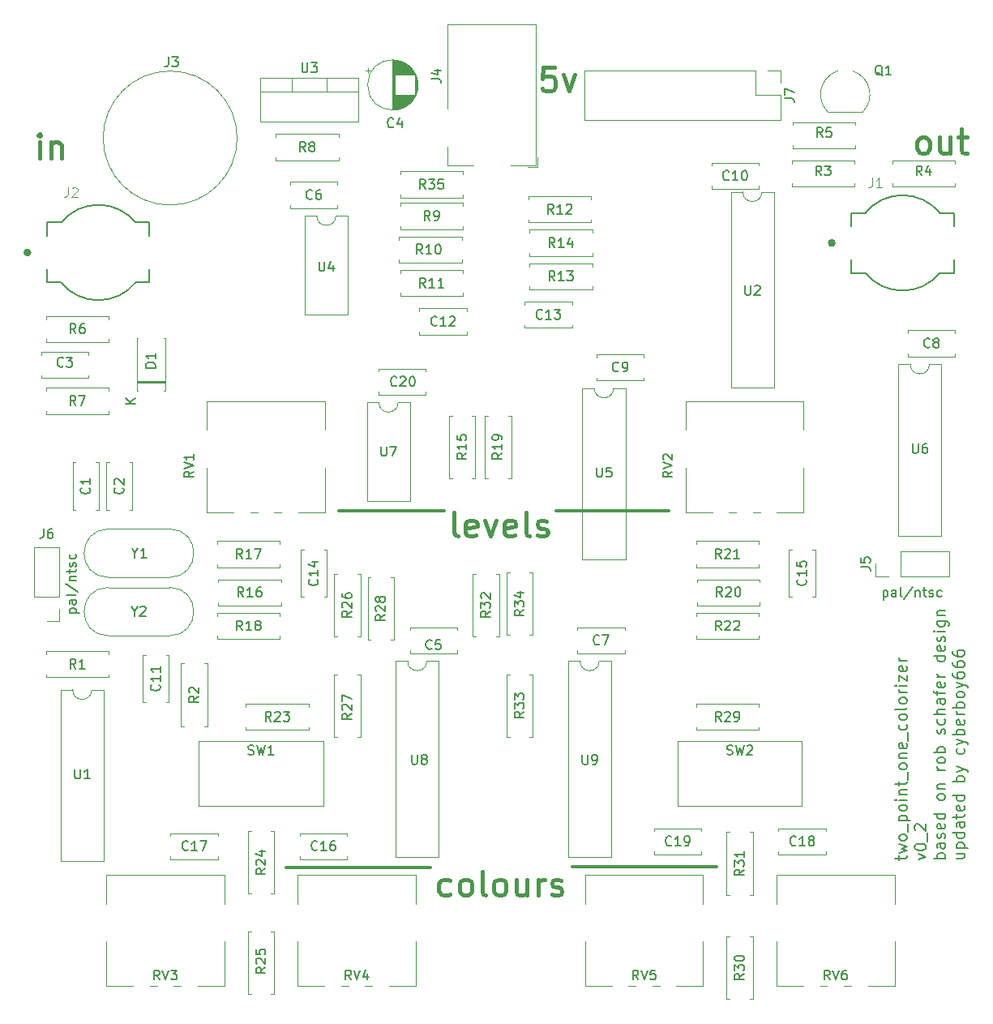
<source format=gbr>
G04 #@! TF.GenerationSoftware,KiCad,Pcbnew,(5.1.4-0-10_14)*
G04 #@! TF.CreationDate,2021-06-29T14:40:44+12:00*
G04 #@! TF.ProjectId,two_point_one_colorizer,74776f5f-706f-4696-9e74-5f6f6e655f63,rev?*
G04 #@! TF.SameCoordinates,Original*
G04 #@! TF.FileFunction,Legend,Top*
G04 #@! TF.FilePolarity,Positive*
%FSLAX46Y46*%
G04 Gerber Fmt 4.6, Leading zero omitted, Abs format (unit mm)*
G04 Created by KiCad (PCBNEW (5.1.4-0-10_14)) date 2021-06-29 14:40:44*
%MOMM*%
%LPD*%
G04 APERTURE LIST*
%ADD10C,0.200000*%
%ADD11C,0.350000*%
%ADD12C,0.450000*%
%ADD13C,0.120000*%
%ADD14C,0.127000*%
%ADD15C,0.400000*%
%ADD16C,0.150000*%
%ADD17C,0.050000*%
G04 APERTURE END LIST*
D10*
X109985714Y-92623809D02*
X110985714Y-92623809D01*
X110033333Y-92623809D02*
X109985714Y-92528571D01*
X109985714Y-92338095D01*
X110033333Y-92242857D01*
X110080952Y-92195238D01*
X110176190Y-92147619D01*
X110461904Y-92147619D01*
X110557142Y-92195238D01*
X110604761Y-92242857D01*
X110652380Y-92338095D01*
X110652380Y-92528571D01*
X110604761Y-92623809D01*
X110652380Y-91290476D02*
X110128571Y-91290476D01*
X110033333Y-91338095D01*
X109985714Y-91433333D01*
X109985714Y-91623809D01*
X110033333Y-91719047D01*
X110604761Y-91290476D02*
X110652380Y-91385714D01*
X110652380Y-91623809D01*
X110604761Y-91719047D01*
X110509523Y-91766666D01*
X110414285Y-91766666D01*
X110319047Y-91719047D01*
X110271428Y-91623809D01*
X110271428Y-91385714D01*
X110223809Y-91290476D01*
X110652380Y-90671428D02*
X110604761Y-90766666D01*
X110509523Y-90814285D01*
X109652380Y-90814285D01*
X109604761Y-89576190D02*
X110890476Y-90433333D01*
X109985714Y-89242857D02*
X110652380Y-89242857D01*
X110080952Y-89242857D02*
X110033333Y-89195238D01*
X109985714Y-89100000D01*
X109985714Y-88957142D01*
X110033333Y-88861904D01*
X110128571Y-88814285D01*
X110652380Y-88814285D01*
X109985714Y-88480952D02*
X109985714Y-88100000D01*
X109652380Y-88338095D02*
X110509523Y-88338095D01*
X110604761Y-88290476D01*
X110652380Y-88195238D01*
X110652380Y-88100000D01*
X110604761Y-87814285D02*
X110652380Y-87719047D01*
X110652380Y-87528571D01*
X110604761Y-87433333D01*
X110509523Y-87385714D01*
X110461904Y-87385714D01*
X110366666Y-87433333D01*
X110319047Y-87528571D01*
X110319047Y-87671428D01*
X110271428Y-87766666D01*
X110176190Y-87814285D01*
X110128571Y-87814285D01*
X110033333Y-87766666D01*
X109985714Y-87671428D01*
X109985714Y-87528571D01*
X110033333Y-87433333D01*
X110604761Y-86528571D02*
X110652380Y-86623809D01*
X110652380Y-86814285D01*
X110604761Y-86909523D01*
X110557142Y-86957142D01*
X110461904Y-87004761D01*
X110176190Y-87004761D01*
X110080952Y-86957142D01*
X110033333Y-86909523D01*
X109985714Y-86814285D01*
X109985714Y-86623809D01*
X110033333Y-86528571D01*
D11*
X177600000Y-119100000D02*
X162500000Y-119100000D01*
X147700000Y-119200000D02*
X132600000Y-119200000D01*
X172600000Y-82000000D02*
X160800000Y-82000000D01*
X149100000Y-82000000D02*
X138100000Y-82000000D01*
D10*
X196642857Y-118455714D02*
X196642857Y-117998571D01*
X196242857Y-118284285D02*
X197271428Y-118284285D01*
X197385714Y-118227142D01*
X197442857Y-118112857D01*
X197442857Y-117998571D01*
X196642857Y-117712857D02*
X197442857Y-117484285D01*
X196871428Y-117255714D01*
X197442857Y-117027142D01*
X196642857Y-116798571D01*
X197442857Y-116170000D02*
X197385714Y-116284285D01*
X197328571Y-116341428D01*
X197214285Y-116398571D01*
X196871428Y-116398571D01*
X196757142Y-116341428D01*
X196700000Y-116284285D01*
X196642857Y-116170000D01*
X196642857Y-115998571D01*
X196700000Y-115884285D01*
X196757142Y-115827142D01*
X196871428Y-115770000D01*
X197214285Y-115770000D01*
X197328571Y-115827142D01*
X197385714Y-115884285D01*
X197442857Y-115998571D01*
X197442857Y-116170000D01*
X197557142Y-115541428D02*
X197557142Y-114627142D01*
X196642857Y-114341428D02*
X197842857Y-114341428D01*
X196700000Y-114341428D02*
X196642857Y-114227142D01*
X196642857Y-113998571D01*
X196700000Y-113884285D01*
X196757142Y-113827142D01*
X196871428Y-113770000D01*
X197214285Y-113770000D01*
X197328571Y-113827142D01*
X197385714Y-113884285D01*
X197442857Y-113998571D01*
X197442857Y-114227142D01*
X197385714Y-114341428D01*
X197442857Y-113084285D02*
X197385714Y-113198571D01*
X197328571Y-113255714D01*
X197214285Y-113312857D01*
X196871428Y-113312857D01*
X196757142Y-113255714D01*
X196700000Y-113198571D01*
X196642857Y-113084285D01*
X196642857Y-112912857D01*
X196700000Y-112798571D01*
X196757142Y-112741428D01*
X196871428Y-112684285D01*
X197214285Y-112684285D01*
X197328571Y-112741428D01*
X197385714Y-112798571D01*
X197442857Y-112912857D01*
X197442857Y-113084285D01*
X197442857Y-112170000D02*
X196642857Y-112170000D01*
X196242857Y-112170000D02*
X196300000Y-112227142D01*
X196357142Y-112170000D01*
X196300000Y-112112857D01*
X196242857Y-112170000D01*
X196357142Y-112170000D01*
X196642857Y-111598571D02*
X197442857Y-111598571D01*
X196757142Y-111598571D02*
X196700000Y-111541428D01*
X196642857Y-111427142D01*
X196642857Y-111255714D01*
X196700000Y-111141428D01*
X196814285Y-111084285D01*
X197442857Y-111084285D01*
X196642857Y-110684285D02*
X196642857Y-110227142D01*
X196242857Y-110512857D02*
X197271428Y-110512857D01*
X197385714Y-110455714D01*
X197442857Y-110341428D01*
X197442857Y-110227142D01*
X197557142Y-110112857D02*
X197557142Y-109198571D01*
X197442857Y-108741428D02*
X197385714Y-108855714D01*
X197328571Y-108912857D01*
X197214285Y-108970000D01*
X196871428Y-108970000D01*
X196757142Y-108912857D01*
X196700000Y-108855714D01*
X196642857Y-108741428D01*
X196642857Y-108570000D01*
X196700000Y-108455714D01*
X196757142Y-108398571D01*
X196871428Y-108341428D01*
X197214285Y-108341428D01*
X197328571Y-108398571D01*
X197385714Y-108455714D01*
X197442857Y-108570000D01*
X197442857Y-108741428D01*
X196642857Y-107827142D02*
X197442857Y-107827142D01*
X196757142Y-107827142D02*
X196700000Y-107770000D01*
X196642857Y-107655714D01*
X196642857Y-107484285D01*
X196700000Y-107370000D01*
X196814285Y-107312857D01*
X197442857Y-107312857D01*
X197385714Y-106284285D02*
X197442857Y-106398571D01*
X197442857Y-106627142D01*
X197385714Y-106741428D01*
X197271428Y-106798571D01*
X196814285Y-106798571D01*
X196700000Y-106741428D01*
X196642857Y-106627142D01*
X196642857Y-106398571D01*
X196700000Y-106284285D01*
X196814285Y-106227142D01*
X196928571Y-106227142D01*
X197042857Y-106798571D01*
X197557142Y-105998571D02*
X197557142Y-105084285D01*
X197385714Y-104284285D02*
X197442857Y-104398571D01*
X197442857Y-104627142D01*
X197385714Y-104741428D01*
X197328571Y-104798571D01*
X197214285Y-104855714D01*
X196871428Y-104855714D01*
X196757142Y-104798571D01*
X196700000Y-104741428D01*
X196642857Y-104627142D01*
X196642857Y-104398571D01*
X196700000Y-104284285D01*
X197442857Y-103598571D02*
X197385714Y-103712857D01*
X197328571Y-103770000D01*
X197214285Y-103827142D01*
X196871428Y-103827142D01*
X196757142Y-103770000D01*
X196700000Y-103712857D01*
X196642857Y-103598571D01*
X196642857Y-103427142D01*
X196700000Y-103312857D01*
X196757142Y-103255714D01*
X196871428Y-103198571D01*
X197214285Y-103198571D01*
X197328571Y-103255714D01*
X197385714Y-103312857D01*
X197442857Y-103427142D01*
X197442857Y-103598571D01*
X197442857Y-102512857D02*
X197385714Y-102627142D01*
X197271428Y-102684285D01*
X196242857Y-102684285D01*
X197442857Y-101884285D02*
X197385714Y-101998571D01*
X197328571Y-102055714D01*
X197214285Y-102112857D01*
X196871428Y-102112857D01*
X196757142Y-102055714D01*
X196700000Y-101998571D01*
X196642857Y-101884285D01*
X196642857Y-101712857D01*
X196700000Y-101598571D01*
X196757142Y-101541428D01*
X196871428Y-101484285D01*
X197214285Y-101484285D01*
X197328571Y-101541428D01*
X197385714Y-101598571D01*
X197442857Y-101712857D01*
X197442857Y-101884285D01*
X197442857Y-100970000D02*
X196642857Y-100970000D01*
X196871428Y-100970000D02*
X196757142Y-100912857D01*
X196700000Y-100855714D01*
X196642857Y-100741428D01*
X196642857Y-100627142D01*
X197442857Y-100227142D02*
X196642857Y-100227142D01*
X196242857Y-100227142D02*
X196300000Y-100284285D01*
X196357142Y-100227142D01*
X196300000Y-100170000D01*
X196242857Y-100227142D01*
X196357142Y-100227142D01*
X196642857Y-99770000D02*
X196642857Y-99141428D01*
X197442857Y-99770000D01*
X197442857Y-99141428D01*
X197385714Y-98227142D02*
X197442857Y-98341428D01*
X197442857Y-98570000D01*
X197385714Y-98684285D01*
X197271428Y-98741428D01*
X196814285Y-98741428D01*
X196700000Y-98684285D01*
X196642857Y-98570000D01*
X196642857Y-98341428D01*
X196700000Y-98227142D01*
X196814285Y-98170000D01*
X196928571Y-98170000D01*
X197042857Y-98741428D01*
X197442857Y-97655714D02*
X196642857Y-97655714D01*
X196871428Y-97655714D02*
X196757142Y-97598571D01*
X196700000Y-97541428D01*
X196642857Y-97427142D01*
X196642857Y-97312857D01*
X198642857Y-118398571D02*
X199442857Y-118112857D01*
X198642857Y-117827142D01*
X198242857Y-117141428D02*
X198242857Y-117027142D01*
X198300000Y-116912857D01*
X198357142Y-116855714D01*
X198471428Y-116798571D01*
X198700000Y-116741428D01*
X198985714Y-116741428D01*
X199214285Y-116798571D01*
X199328571Y-116855714D01*
X199385714Y-116912857D01*
X199442857Y-117027142D01*
X199442857Y-117141428D01*
X199385714Y-117255714D01*
X199328571Y-117312857D01*
X199214285Y-117370000D01*
X198985714Y-117427142D01*
X198700000Y-117427142D01*
X198471428Y-117370000D01*
X198357142Y-117312857D01*
X198300000Y-117255714D01*
X198242857Y-117141428D01*
X199557142Y-116512857D02*
X199557142Y-115598571D01*
X198357142Y-115370000D02*
X198300000Y-115312857D01*
X198242857Y-115198571D01*
X198242857Y-114912857D01*
X198300000Y-114798571D01*
X198357142Y-114741428D01*
X198471428Y-114684285D01*
X198585714Y-114684285D01*
X198757142Y-114741428D01*
X199442857Y-115427142D01*
X199442857Y-114684285D01*
X201442857Y-118284285D02*
X200242857Y-118284285D01*
X200700000Y-118284285D02*
X200642857Y-118170000D01*
X200642857Y-117941428D01*
X200700000Y-117827142D01*
X200757142Y-117770000D01*
X200871428Y-117712857D01*
X201214285Y-117712857D01*
X201328571Y-117770000D01*
X201385714Y-117827142D01*
X201442857Y-117941428D01*
X201442857Y-118170000D01*
X201385714Y-118284285D01*
X201442857Y-116684285D02*
X200814285Y-116684285D01*
X200700000Y-116741428D01*
X200642857Y-116855714D01*
X200642857Y-117084285D01*
X200700000Y-117198571D01*
X201385714Y-116684285D02*
X201442857Y-116798571D01*
X201442857Y-117084285D01*
X201385714Y-117198571D01*
X201271428Y-117255714D01*
X201157142Y-117255714D01*
X201042857Y-117198571D01*
X200985714Y-117084285D01*
X200985714Y-116798571D01*
X200928571Y-116684285D01*
X201385714Y-116170000D02*
X201442857Y-116055714D01*
X201442857Y-115827142D01*
X201385714Y-115712857D01*
X201271428Y-115655714D01*
X201214285Y-115655714D01*
X201100000Y-115712857D01*
X201042857Y-115827142D01*
X201042857Y-115998571D01*
X200985714Y-116112857D01*
X200871428Y-116170000D01*
X200814285Y-116170000D01*
X200700000Y-116112857D01*
X200642857Y-115998571D01*
X200642857Y-115827142D01*
X200700000Y-115712857D01*
X201385714Y-114684285D02*
X201442857Y-114798571D01*
X201442857Y-115027142D01*
X201385714Y-115141428D01*
X201271428Y-115198571D01*
X200814285Y-115198571D01*
X200700000Y-115141428D01*
X200642857Y-115027142D01*
X200642857Y-114798571D01*
X200700000Y-114684285D01*
X200814285Y-114627142D01*
X200928571Y-114627142D01*
X201042857Y-115198571D01*
X201442857Y-113598571D02*
X200242857Y-113598571D01*
X201385714Y-113598571D02*
X201442857Y-113712857D01*
X201442857Y-113941428D01*
X201385714Y-114055714D01*
X201328571Y-114112857D01*
X201214285Y-114170000D01*
X200871428Y-114170000D01*
X200757142Y-114112857D01*
X200700000Y-114055714D01*
X200642857Y-113941428D01*
X200642857Y-113712857D01*
X200700000Y-113598571D01*
X201442857Y-111941428D02*
X201385714Y-112055714D01*
X201328571Y-112112857D01*
X201214285Y-112170000D01*
X200871428Y-112170000D01*
X200757142Y-112112857D01*
X200700000Y-112055714D01*
X200642857Y-111941428D01*
X200642857Y-111770000D01*
X200700000Y-111655714D01*
X200757142Y-111598571D01*
X200871428Y-111541428D01*
X201214285Y-111541428D01*
X201328571Y-111598571D01*
X201385714Y-111655714D01*
X201442857Y-111770000D01*
X201442857Y-111941428D01*
X200642857Y-111027142D02*
X201442857Y-111027142D01*
X200757142Y-111027142D02*
X200700000Y-110970000D01*
X200642857Y-110855714D01*
X200642857Y-110684285D01*
X200700000Y-110570000D01*
X200814285Y-110512857D01*
X201442857Y-110512857D01*
X201442857Y-109027142D02*
X200642857Y-109027142D01*
X200871428Y-109027142D02*
X200757142Y-108970000D01*
X200700000Y-108912857D01*
X200642857Y-108798571D01*
X200642857Y-108684285D01*
X201442857Y-108112857D02*
X201385714Y-108227142D01*
X201328571Y-108284285D01*
X201214285Y-108341428D01*
X200871428Y-108341428D01*
X200757142Y-108284285D01*
X200700000Y-108227142D01*
X200642857Y-108112857D01*
X200642857Y-107941428D01*
X200700000Y-107827142D01*
X200757142Y-107770000D01*
X200871428Y-107712857D01*
X201214285Y-107712857D01*
X201328571Y-107770000D01*
X201385714Y-107827142D01*
X201442857Y-107941428D01*
X201442857Y-108112857D01*
X201442857Y-107198571D02*
X200242857Y-107198571D01*
X200700000Y-107198571D02*
X200642857Y-107084285D01*
X200642857Y-106855714D01*
X200700000Y-106741428D01*
X200757142Y-106684285D01*
X200871428Y-106627142D01*
X201214285Y-106627142D01*
X201328571Y-106684285D01*
X201385714Y-106741428D01*
X201442857Y-106855714D01*
X201442857Y-107084285D01*
X201385714Y-107198571D01*
X201385714Y-105255714D02*
X201442857Y-105141428D01*
X201442857Y-104912857D01*
X201385714Y-104798571D01*
X201271428Y-104741428D01*
X201214285Y-104741428D01*
X201100000Y-104798571D01*
X201042857Y-104912857D01*
X201042857Y-105084285D01*
X200985714Y-105198571D01*
X200871428Y-105255714D01*
X200814285Y-105255714D01*
X200700000Y-105198571D01*
X200642857Y-105084285D01*
X200642857Y-104912857D01*
X200700000Y-104798571D01*
X201385714Y-103712857D02*
X201442857Y-103827142D01*
X201442857Y-104055714D01*
X201385714Y-104170000D01*
X201328571Y-104227142D01*
X201214285Y-104284285D01*
X200871428Y-104284285D01*
X200757142Y-104227142D01*
X200700000Y-104170000D01*
X200642857Y-104055714D01*
X200642857Y-103827142D01*
X200700000Y-103712857D01*
X201442857Y-103198571D02*
X200242857Y-103198571D01*
X201442857Y-102684285D02*
X200814285Y-102684285D01*
X200700000Y-102741428D01*
X200642857Y-102855714D01*
X200642857Y-103027142D01*
X200700000Y-103141428D01*
X200757142Y-103198571D01*
X201442857Y-101598571D02*
X200814285Y-101598571D01*
X200700000Y-101655714D01*
X200642857Y-101770000D01*
X200642857Y-101998571D01*
X200700000Y-102112857D01*
X201385714Y-101598571D02*
X201442857Y-101712857D01*
X201442857Y-101998571D01*
X201385714Y-102112857D01*
X201271428Y-102170000D01*
X201157142Y-102170000D01*
X201042857Y-102112857D01*
X200985714Y-101998571D01*
X200985714Y-101712857D01*
X200928571Y-101598571D01*
X200642857Y-101198571D02*
X200642857Y-100741428D01*
X201442857Y-101027142D02*
X200414285Y-101027142D01*
X200300000Y-100970000D01*
X200242857Y-100855714D01*
X200242857Y-100741428D01*
X201385714Y-99884285D02*
X201442857Y-99998571D01*
X201442857Y-100227142D01*
X201385714Y-100341428D01*
X201271428Y-100398571D01*
X200814285Y-100398571D01*
X200700000Y-100341428D01*
X200642857Y-100227142D01*
X200642857Y-99998571D01*
X200700000Y-99884285D01*
X200814285Y-99827142D01*
X200928571Y-99827142D01*
X201042857Y-100398571D01*
X201442857Y-99312857D02*
X200642857Y-99312857D01*
X200871428Y-99312857D02*
X200757142Y-99255714D01*
X200700000Y-99198571D01*
X200642857Y-99084285D01*
X200642857Y-98970000D01*
X201442857Y-97141428D02*
X200242857Y-97141428D01*
X201385714Y-97141428D02*
X201442857Y-97255714D01*
X201442857Y-97484285D01*
X201385714Y-97598571D01*
X201328571Y-97655714D01*
X201214285Y-97712857D01*
X200871428Y-97712857D01*
X200757142Y-97655714D01*
X200700000Y-97598571D01*
X200642857Y-97484285D01*
X200642857Y-97255714D01*
X200700000Y-97141428D01*
X201385714Y-96112857D02*
X201442857Y-96227142D01*
X201442857Y-96455714D01*
X201385714Y-96570000D01*
X201271428Y-96627142D01*
X200814285Y-96627142D01*
X200700000Y-96570000D01*
X200642857Y-96455714D01*
X200642857Y-96227142D01*
X200700000Y-96112857D01*
X200814285Y-96055714D01*
X200928571Y-96055714D01*
X201042857Y-96627142D01*
X201385714Y-95598571D02*
X201442857Y-95484285D01*
X201442857Y-95255714D01*
X201385714Y-95141428D01*
X201271428Y-95084285D01*
X201214285Y-95084285D01*
X201100000Y-95141428D01*
X201042857Y-95255714D01*
X201042857Y-95427142D01*
X200985714Y-95541428D01*
X200871428Y-95598571D01*
X200814285Y-95598571D01*
X200700000Y-95541428D01*
X200642857Y-95427142D01*
X200642857Y-95255714D01*
X200700000Y-95141428D01*
X201442857Y-94570000D02*
X200642857Y-94570000D01*
X200242857Y-94570000D02*
X200300000Y-94627142D01*
X200357142Y-94570000D01*
X200300000Y-94512857D01*
X200242857Y-94570000D01*
X200357142Y-94570000D01*
X200642857Y-93484285D02*
X201614285Y-93484285D01*
X201728571Y-93541428D01*
X201785714Y-93598571D01*
X201842857Y-93712857D01*
X201842857Y-93884285D01*
X201785714Y-93998571D01*
X201385714Y-93484285D02*
X201442857Y-93598571D01*
X201442857Y-93827142D01*
X201385714Y-93941428D01*
X201328571Y-93998571D01*
X201214285Y-94055714D01*
X200871428Y-94055714D01*
X200757142Y-93998571D01*
X200700000Y-93941428D01*
X200642857Y-93827142D01*
X200642857Y-93598571D01*
X200700000Y-93484285D01*
X200642857Y-92912857D02*
X201442857Y-92912857D01*
X200757142Y-92912857D02*
X200700000Y-92855714D01*
X200642857Y-92741428D01*
X200642857Y-92570000D01*
X200700000Y-92455714D01*
X200814285Y-92398571D01*
X201442857Y-92398571D01*
X202642857Y-117770000D02*
X203442857Y-117770000D01*
X202642857Y-118284285D02*
X203271428Y-118284285D01*
X203385714Y-118227142D01*
X203442857Y-118112857D01*
X203442857Y-117941428D01*
X203385714Y-117827142D01*
X203328571Y-117770000D01*
X202642857Y-117198571D02*
X203842857Y-117198571D01*
X202700000Y-117198571D02*
X202642857Y-117084285D01*
X202642857Y-116855714D01*
X202700000Y-116741428D01*
X202757142Y-116684285D01*
X202871428Y-116627142D01*
X203214285Y-116627142D01*
X203328571Y-116684285D01*
X203385714Y-116741428D01*
X203442857Y-116855714D01*
X203442857Y-117084285D01*
X203385714Y-117198571D01*
X203442857Y-115598571D02*
X202242857Y-115598571D01*
X203385714Y-115598571D02*
X203442857Y-115712857D01*
X203442857Y-115941428D01*
X203385714Y-116055714D01*
X203328571Y-116112857D01*
X203214285Y-116170000D01*
X202871428Y-116170000D01*
X202757142Y-116112857D01*
X202700000Y-116055714D01*
X202642857Y-115941428D01*
X202642857Y-115712857D01*
X202700000Y-115598571D01*
X203442857Y-114512857D02*
X202814285Y-114512857D01*
X202700000Y-114570000D01*
X202642857Y-114684285D01*
X202642857Y-114912857D01*
X202700000Y-115027142D01*
X203385714Y-114512857D02*
X203442857Y-114627142D01*
X203442857Y-114912857D01*
X203385714Y-115027142D01*
X203271428Y-115084285D01*
X203157142Y-115084285D01*
X203042857Y-115027142D01*
X202985714Y-114912857D01*
X202985714Y-114627142D01*
X202928571Y-114512857D01*
X202642857Y-114112857D02*
X202642857Y-113655714D01*
X202242857Y-113941428D02*
X203271428Y-113941428D01*
X203385714Y-113884285D01*
X203442857Y-113770000D01*
X203442857Y-113655714D01*
X203385714Y-112798571D02*
X203442857Y-112912857D01*
X203442857Y-113141428D01*
X203385714Y-113255714D01*
X203271428Y-113312857D01*
X202814285Y-113312857D01*
X202700000Y-113255714D01*
X202642857Y-113141428D01*
X202642857Y-112912857D01*
X202700000Y-112798571D01*
X202814285Y-112741428D01*
X202928571Y-112741428D01*
X203042857Y-113312857D01*
X203442857Y-111712857D02*
X202242857Y-111712857D01*
X203385714Y-111712857D02*
X203442857Y-111827142D01*
X203442857Y-112055714D01*
X203385714Y-112170000D01*
X203328571Y-112227142D01*
X203214285Y-112284285D01*
X202871428Y-112284285D01*
X202757142Y-112227142D01*
X202700000Y-112170000D01*
X202642857Y-112055714D01*
X202642857Y-111827142D01*
X202700000Y-111712857D01*
X203442857Y-110227142D02*
X202242857Y-110227142D01*
X202700000Y-110227142D02*
X202642857Y-110112857D01*
X202642857Y-109884285D01*
X202700000Y-109770000D01*
X202757142Y-109712857D01*
X202871428Y-109655714D01*
X203214285Y-109655714D01*
X203328571Y-109712857D01*
X203385714Y-109770000D01*
X203442857Y-109884285D01*
X203442857Y-110112857D01*
X203385714Y-110227142D01*
X202642857Y-109255714D02*
X203442857Y-108970000D01*
X202642857Y-108684285D02*
X203442857Y-108970000D01*
X203728571Y-109084285D01*
X203785714Y-109141428D01*
X203842857Y-109255714D01*
X203385714Y-106798571D02*
X203442857Y-106912857D01*
X203442857Y-107141428D01*
X203385714Y-107255714D01*
X203328571Y-107312857D01*
X203214285Y-107370000D01*
X202871428Y-107370000D01*
X202757142Y-107312857D01*
X202700000Y-107255714D01*
X202642857Y-107141428D01*
X202642857Y-106912857D01*
X202700000Y-106798571D01*
X202642857Y-106398571D02*
X203442857Y-106112857D01*
X202642857Y-105827142D02*
X203442857Y-106112857D01*
X203728571Y-106227142D01*
X203785714Y-106284285D01*
X203842857Y-106398571D01*
X203442857Y-105370000D02*
X202242857Y-105370000D01*
X202700000Y-105370000D02*
X202642857Y-105255714D01*
X202642857Y-105027142D01*
X202700000Y-104912857D01*
X202757142Y-104855714D01*
X202871428Y-104798571D01*
X203214285Y-104798571D01*
X203328571Y-104855714D01*
X203385714Y-104912857D01*
X203442857Y-105027142D01*
X203442857Y-105255714D01*
X203385714Y-105370000D01*
X203385714Y-103827142D02*
X203442857Y-103941428D01*
X203442857Y-104170000D01*
X203385714Y-104284285D01*
X203271428Y-104341428D01*
X202814285Y-104341428D01*
X202700000Y-104284285D01*
X202642857Y-104170000D01*
X202642857Y-103941428D01*
X202700000Y-103827142D01*
X202814285Y-103770000D01*
X202928571Y-103770000D01*
X203042857Y-104341428D01*
X203442857Y-103255714D02*
X202642857Y-103255714D01*
X202871428Y-103255714D02*
X202757142Y-103198571D01*
X202700000Y-103141428D01*
X202642857Y-103027142D01*
X202642857Y-102912857D01*
X203442857Y-102512857D02*
X202242857Y-102512857D01*
X202700000Y-102512857D02*
X202642857Y-102398571D01*
X202642857Y-102170000D01*
X202700000Y-102055714D01*
X202757142Y-101998571D01*
X202871428Y-101941428D01*
X203214285Y-101941428D01*
X203328571Y-101998571D01*
X203385714Y-102055714D01*
X203442857Y-102170000D01*
X203442857Y-102398571D01*
X203385714Y-102512857D01*
X203442857Y-101255714D02*
X203385714Y-101370000D01*
X203328571Y-101427142D01*
X203214285Y-101484285D01*
X202871428Y-101484285D01*
X202757142Y-101427142D01*
X202700000Y-101370000D01*
X202642857Y-101255714D01*
X202642857Y-101084285D01*
X202700000Y-100970000D01*
X202757142Y-100912857D01*
X202871428Y-100855714D01*
X203214285Y-100855714D01*
X203328571Y-100912857D01*
X203385714Y-100970000D01*
X203442857Y-101084285D01*
X203442857Y-101255714D01*
X202642857Y-100455714D02*
X203442857Y-100170000D01*
X202642857Y-99884285D02*
X203442857Y-100170000D01*
X203728571Y-100284285D01*
X203785714Y-100341428D01*
X203842857Y-100455714D01*
X202242857Y-98912857D02*
X202242857Y-99141428D01*
X202300000Y-99255714D01*
X202357142Y-99312857D01*
X202528571Y-99427142D01*
X202757142Y-99484285D01*
X203214285Y-99484285D01*
X203328571Y-99427142D01*
X203385714Y-99370000D01*
X203442857Y-99255714D01*
X203442857Y-99027142D01*
X203385714Y-98912857D01*
X203328571Y-98855714D01*
X203214285Y-98798571D01*
X202928571Y-98798571D01*
X202814285Y-98855714D01*
X202757142Y-98912857D01*
X202700000Y-99027142D01*
X202700000Y-99255714D01*
X202757142Y-99370000D01*
X202814285Y-99427142D01*
X202928571Y-99484285D01*
X202242857Y-97770000D02*
X202242857Y-97998571D01*
X202300000Y-98112857D01*
X202357142Y-98170000D01*
X202528571Y-98284285D01*
X202757142Y-98341428D01*
X203214285Y-98341428D01*
X203328571Y-98284285D01*
X203385714Y-98227142D01*
X203442857Y-98112857D01*
X203442857Y-97884285D01*
X203385714Y-97770000D01*
X203328571Y-97712857D01*
X203214285Y-97655714D01*
X202928571Y-97655714D01*
X202814285Y-97712857D01*
X202757142Y-97770000D01*
X202700000Y-97884285D01*
X202700000Y-98112857D01*
X202757142Y-98227142D01*
X202814285Y-98284285D01*
X202928571Y-98341428D01*
X202242857Y-96627142D02*
X202242857Y-96855714D01*
X202300000Y-96970000D01*
X202357142Y-97027142D01*
X202528571Y-97141428D01*
X202757142Y-97198571D01*
X203214285Y-97198571D01*
X203328571Y-97141428D01*
X203385714Y-97084285D01*
X203442857Y-96970000D01*
X203442857Y-96741428D01*
X203385714Y-96627142D01*
X203328571Y-96570000D01*
X203214285Y-96512857D01*
X202928571Y-96512857D01*
X202814285Y-96570000D01*
X202757142Y-96627142D01*
X202700000Y-96741428D01*
X202700000Y-96970000D01*
X202757142Y-97084285D01*
X202814285Y-97141428D01*
X202928571Y-97198571D01*
X194976190Y-90285714D02*
X194976190Y-91285714D01*
X194976190Y-90333333D02*
X195071428Y-90285714D01*
X195261904Y-90285714D01*
X195357142Y-90333333D01*
X195404761Y-90380952D01*
X195452380Y-90476190D01*
X195452380Y-90761904D01*
X195404761Y-90857142D01*
X195357142Y-90904761D01*
X195261904Y-90952380D01*
X195071428Y-90952380D01*
X194976190Y-90904761D01*
X196309523Y-90952380D02*
X196309523Y-90428571D01*
X196261904Y-90333333D01*
X196166666Y-90285714D01*
X195976190Y-90285714D01*
X195880952Y-90333333D01*
X196309523Y-90904761D02*
X196214285Y-90952380D01*
X195976190Y-90952380D01*
X195880952Y-90904761D01*
X195833333Y-90809523D01*
X195833333Y-90714285D01*
X195880952Y-90619047D01*
X195976190Y-90571428D01*
X196214285Y-90571428D01*
X196309523Y-90523809D01*
X196928571Y-90952380D02*
X196833333Y-90904761D01*
X196785714Y-90809523D01*
X196785714Y-89952380D01*
X198023809Y-89904761D02*
X197166666Y-91190476D01*
X198357142Y-90285714D02*
X198357142Y-90952380D01*
X198357142Y-90380952D02*
X198404761Y-90333333D01*
X198500000Y-90285714D01*
X198642857Y-90285714D01*
X198738095Y-90333333D01*
X198785714Y-90428571D01*
X198785714Y-90952380D01*
X199119047Y-90285714D02*
X199500000Y-90285714D01*
X199261904Y-89952380D02*
X199261904Y-90809523D01*
X199309523Y-90904761D01*
X199404761Y-90952380D01*
X199500000Y-90952380D01*
X199785714Y-90904761D02*
X199880952Y-90952380D01*
X200071428Y-90952380D01*
X200166666Y-90904761D01*
X200214285Y-90809523D01*
X200214285Y-90761904D01*
X200166666Y-90666666D01*
X200071428Y-90619047D01*
X199928571Y-90619047D01*
X199833333Y-90571428D01*
X199785714Y-90476190D01*
X199785714Y-90428571D01*
X199833333Y-90333333D01*
X199928571Y-90285714D01*
X200071428Y-90285714D01*
X200166666Y-90333333D01*
X201071428Y-90904761D02*
X200976190Y-90952380D01*
X200785714Y-90952380D01*
X200690476Y-90904761D01*
X200642857Y-90857142D01*
X200595238Y-90761904D01*
X200595238Y-90476190D01*
X200642857Y-90380952D01*
X200690476Y-90333333D01*
X200785714Y-90285714D01*
X200976190Y-90285714D01*
X201071428Y-90333333D01*
D12*
X160642857Y-35630952D02*
X159452380Y-35630952D01*
X159333333Y-36821428D01*
X159452380Y-36702380D01*
X159690476Y-36583333D01*
X160285714Y-36583333D01*
X160523809Y-36702380D01*
X160642857Y-36821428D01*
X160761904Y-37059523D01*
X160761904Y-37654761D01*
X160642857Y-37892857D01*
X160523809Y-38011904D01*
X160285714Y-38130952D01*
X159690476Y-38130952D01*
X159452380Y-38011904D01*
X159333333Y-37892857D01*
X161595238Y-36464285D02*
X162190476Y-38130952D01*
X162785714Y-36464285D01*
X198976190Y-44630952D02*
X198738095Y-44511904D01*
X198619047Y-44392857D01*
X198500000Y-44154761D01*
X198500000Y-43440476D01*
X198619047Y-43202380D01*
X198738095Y-43083333D01*
X198976190Y-42964285D01*
X199333333Y-42964285D01*
X199571428Y-43083333D01*
X199690476Y-43202380D01*
X199809523Y-43440476D01*
X199809523Y-44154761D01*
X199690476Y-44392857D01*
X199571428Y-44511904D01*
X199333333Y-44630952D01*
X198976190Y-44630952D01*
X201952380Y-42964285D02*
X201952380Y-44630952D01*
X200880952Y-42964285D02*
X200880952Y-44273809D01*
X201000000Y-44511904D01*
X201238095Y-44630952D01*
X201595238Y-44630952D01*
X201833333Y-44511904D01*
X201952380Y-44392857D01*
X202785714Y-42964285D02*
X203738095Y-42964285D01*
X203142857Y-42130952D02*
X203142857Y-44273809D01*
X203261904Y-44511904D01*
X203500000Y-44630952D01*
X203738095Y-44630952D01*
X106869047Y-45130952D02*
X106869047Y-43464285D01*
X106869047Y-42630952D02*
X106750000Y-42750000D01*
X106869047Y-42869047D01*
X106988095Y-42750000D01*
X106869047Y-42630952D01*
X106869047Y-42869047D01*
X108059523Y-43464285D02*
X108059523Y-45130952D01*
X108059523Y-43702380D02*
X108178571Y-43583333D01*
X108416666Y-43464285D01*
X108773809Y-43464285D01*
X109011904Y-43583333D01*
X109130952Y-43821428D01*
X109130952Y-45130952D01*
X150535714Y-84630952D02*
X150297619Y-84511904D01*
X150178571Y-84273809D01*
X150178571Y-82130952D01*
X152440476Y-84511904D02*
X152202380Y-84630952D01*
X151726190Y-84630952D01*
X151488095Y-84511904D01*
X151369047Y-84273809D01*
X151369047Y-83321428D01*
X151488095Y-83083333D01*
X151726190Y-82964285D01*
X152202380Y-82964285D01*
X152440476Y-83083333D01*
X152559523Y-83321428D01*
X152559523Y-83559523D01*
X151369047Y-83797619D01*
X153392857Y-82964285D02*
X153988095Y-84630952D01*
X154583333Y-82964285D01*
X156488095Y-84511904D02*
X156250000Y-84630952D01*
X155773809Y-84630952D01*
X155535714Y-84511904D01*
X155416666Y-84273809D01*
X155416666Y-83321428D01*
X155535714Y-83083333D01*
X155773809Y-82964285D01*
X156250000Y-82964285D01*
X156488095Y-83083333D01*
X156607142Y-83321428D01*
X156607142Y-83559523D01*
X155416666Y-83797619D01*
X158035714Y-84630952D02*
X157797619Y-84511904D01*
X157678571Y-84273809D01*
X157678571Y-82130952D01*
X158869047Y-84511904D02*
X159107142Y-84630952D01*
X159583333Y-84630952D01*
X159821428Y-84511904D01*
X159940476Y-84273809D01*
X159940476Y-84154761D01*
X159821428Y-83916666D01*
X159583333Y-83797619D01*
X159226190Y-83797619D01*
X158988095Y-83678571D01*
X158869047Y-83440476D01*
X158869047Y-83321428D01*
X158988095Y-83083333D01*
X159226190Y-82964285D01*
X159583333Y-82964285D01*
X159821428Y-83083333D01*
X149761904Y-122011904D02*
X149523809Y-122130952D01*
X149047619Y-122130952D01*
X148809523Y-122011904D01*
X148690476Y-121892857D01*
X148571428Y-121654761D01*
X148571428Y-120940476D01*
X148690476Y-120702380D01*
X148809523Y-120583333D01*
X149047619Y-120464285D01*
X149523809Y-120464285D01*
X149761904Y-120583333D01*
X151190476Y-122130952D02*
X150952380Y-122011904D01*
X150833333Y-121892857D01*
X150714285Y-121654761D01*
X150714285Y-120940476D01*
X150833333Y-120702380D01*
X150952380Y-120583333D01*
X151190476Y-120464285D01*
X151547619Y-120464285D01*
X151785714Y-120583333D01*
X151904761Y-120702380D01*
X152023809Y-120940476D01*
X152023809Y-121654761D01*
X151904761Y-121892857D01*
X151785714Y-122011904D01*
X151547619Y-122130952D01*
X151190476Y-122130952D01*
X153452380Y-122130952D02*
X153214285Y-122011904D01*
X153095238Y-121773809D01*
X153095238Y-119630952D01*
X154761904Y-122130952D02*
X154523809Y-122011904D01*
X154404761Y-121892857D01*
X154285714Y-121654761D01*
X154285714Y-120940476D01*
X154404761Y-120702380D01*
X154523809Y-120583333D01*
X154761904Y-120464285D01*
X155119047Y-120464285D01*
X155357142Y-120583333D01*
X155476190Y-120702380D01*
X155595238Y-120940476D01*
X155595238Y-121654761D01*
X155476190Y-121892857D01*
X155357142Y-122011904D01*
X155119047Y-122130952D01*
X154761904Y-122130952D01*
X157738095Y-120464285D02*
X157738095Y-122130952D01*
X156666666Y-120464285D02*
X156666666Y-121773809D01*
X156785714Y-122011904D01*
X157023809Y-122130952D01*
X157380952Y-122130952D01*
X157619047Y-122011904D01*
X157738095Y-121892857D01*
X158928571Y-122130952D02*
X158928571Y-120464285D01*
X158928571Y-120940476D02*
X159047619Y-120702380D01*
X159166666Y-120583333D01*
X159404761Y-120464285D01*
X159642857Y-120464285D01*
X160357142Y-122011904D02*
X160595238Y-122130952D01*
X161071428Y-122130952D01*
X161309523Y-122011904D01*
X161428571Y-121773809D01*
X161428571Y-121654761D01*
X161309523Y-121416666D01*
X161071428Y-121297619D01*
X160714285Y-121297619D01*
X160476190Y-121178571D01*
X160357142Y-120940476D01*
X160357142Y-120821428D01*
X160476190Y-120583333D01*
X160714285Y-120464285D01*
X161071428Y-120464285D01*
X161309523Y-120583333D01*
D13*
X127500000Y-43050000D02*
G75*
G03X127500000Y-43050000I-7000000J0D01*
G01*
X112755000Y-76930000D02*
X113070000Y-76930000D01*
X110330000Y-76930000D02*
X110645000Y-76930000D01*
X112755000Y-81870000D02*
X113070000Y-81870000D01*
X110330000Y-81870000D02*
X110645000Y-81870000D01*
X113070000Y-81870000D02*
X113070000Y-76930000D01*
X110330000Y-81870000D02*
X110330000Y-76930000D01*
X113830000Y-81870000D02*
X113830000Y-76930000D01*
X116570000Y-81870000D02*
X116570000Y-76930000D01*
X113830000Y-81870000D02*
X114145000Y-81870000D01*
X116255000Y-81870000D02*
X116570000Y-81870000D01*
X113830000Y-76930000D02*
X114145000Y-76930000D01*
X116255000Y-76930000D02*
X116570000Y-76930000D01*
X111970000Y-68120000D02*
X107030000Y-68120000D01*
X111970000Y-65380000D02*
X107030000Y-65380000D01*
X111970000Y-68120000D02*
X111970000Y-67805000D01*
X111970000Y-65695000D02*
X111970000Y-65380000D01*
X107030000Y-68120000D02*
X107030000Y-67805000D01*
X107030000Y-65695000D02*
X107030000Y-65380000D01*
X146370000Y-37500000D02*
G75*
G03X146370000Y-37500000I-2620000J0D01*
G01*
X143750000Y-34920000D02*
X143750000Y-40080000D01*
X143790000Y-34920000D02*
X143790000Y-40080000D01*
X143830000Y-34921000D02*
X143830000Y-40079000D01*
X143870000Y-34922000D02*
X143870000Y-40078000D01*
X143910000Y-34924000D02*
X143910000Y-40076000D01*
X143950000Y-34927000D02*
X143950000Y-40073000D01*
X143990000Y-34931000D02*
X143990000Y-36460000D01*
X143990000Y-38540000D02*
X143990000Y-40069000D01*
X144030000Y-34935000D02*
X144030000Y-36460000D01*
X144030000Y-38540000D02*
X144030000Y-40065000D01*
X144070000Y-34939000D02*
X144070000Y-36460000D01*
X144070000Y-38540000D02*
X144070000Y-40061000D01*
X144110000Y-34944000D02*
X144110000Y-36460000D01*
X144110000Y-38540000D02*
X144110000Y-40056000D01*
X144150000Y-34950000D02*
X144150000Y-36460000D01*
X144150000Y-38540000D02*
X144150000Y-40050000D01*
X144190000Y-34957000D02*
X144190000Y-36460000D01*
X144190000Y-38540000D02*
X144190000Y-40043000D01*
X144230000Y-34964000D02*
X144230000Y-36460000D01*
X144230000Y-38540000D02*
X144230000Y-40036000D01*
X144270000Y-34972000D02*
X144270000Y-36460000D01*
X144270000Y-38540000D02*
X144270000Y-40028000D01*
X144310000Y-34980000D02*
X144310000Y-36460000D01*
X144310000Y-38540000D02*
X144310000Y-40020000D01*
X144350000Y-34989000D02*
X144350000Y-36460000D01*
X144350000Y-38540000D02*
X144350000Y-40011000D01*
X144390000Y-34999000D02*
X144390000Y-36460000D01*
X144390000Y-38540000D02*
X144390000Y-40001000D01*
X144430000Y-35009000D02*
X144430000Y-36460000D01*
X144430000Y-38540000D02*
X144430000Y-39991000D01*
X144471000Y-35020000D02*
X144471000Y-36460000D01*
X144471000Y-38540000D02*
X144471000Y-39980000D01*
X144511000Y-35032000D02*
X144511000Y-36460000D01*
X144511000Y-38540000D02*
X144511000Y-39968000D01*
X144551000Y-35045000D02*
X144551000Y-36460000D01*
X144551000Y-38540000D02*
X144551000Y-39955000D01*
X144591000Y-35058000D02*
X144591000Y-36460000D01*
X144591000Y-38540000D02*
X144591000Y-39942000D01*
X144631000Y-35072000D02*
X144631000Y-36460000D01*
X144631000Y-38540000D02*
X144631000Y-39928000D01*
X144671000Y-35086000D02*
X144671000Y-36460000D01*
X144671000Y-38540000D02*
X144671000Y-39914000D01*
X144711000Y-35102000D02*
X144711000Y-36460000D01*
X144711000Y-38540000D02*
X144711000Y-39898000D01*
X144751000Y-35118000D02*
X144751000Y-36460000D01*
X144751000Y-38540000D02*
X144751000Y-39882000D01*
X144791000Y-35135000D02*
X144791000Y-36460000D01*
X144791000Y-38540000D02*
X144791000Y-39865000D01*
X144831000Y-35152000D02*
X144831000Y-36460000D01*
X144831000Y-38540000D02*
X144831000Y-39848000D01*
X144871000Y-35171000D02*
X144871000Y-36460000D01*
X144871000Y-38540000D02*
X144871000Y-39829000D01*
X144911000Y-35190000D02*
X144911000Y-36460000D01*
X144911000Y-38540000D02*
X144911000Y-39810000D01*
X144951000Y-35210000D02*
X144951000Y-36460000D01*
X144951000Y-38540000D02*
X144951000Y-39790000D01*
X144991000Y-35232000D02*
X144991000Y-36460000D01*
X144991000Y-38540000D02*
X144991000Y-39768000D01*
X145031000Y-35253000D02*
X145031000Y-36460000D01*
X145031000Y-38540000D02*
X145031000Y-39747000D01*
X145071000Y-35276000D02*
X145071000Y-36460000D01*
X145071000Y-38540000D02*
X145071000Y-39724000D01*
X145111000Y-35300000D02*
X145111000Y-36460000D01*
X145111000Y-38540000D02*
X145111000Y-39700000D01*
X145151000Y-35325000D02*
X145151000Y-36460000D01*
X145151000Y-38540000D02*
X145151000Y-39675000D01*
X145191000Y-35351000D02*
X145191000Y-36460000D01*
X145191000Y-38540000D02*
X145191000Y-39649000D01*
X145231000Y-35378000D02*
X145231000Y-36460000D01*
X145231000Y-38540000D02*
X145231000Y-39622000D01*
X145271000Y-35405000D02*
X145271000Y-36460000D01*
X145271000Y-38540000D02*
X145271000Y-39595000D01*
X145311000Y-35435000D02*
X145311000Y-36460000D01*
X145311000Y-38540000D02*
X145311000Y-39565000D01*
X145351000Y-35465000D02*
X145351000Y-36460000D01*
X145351000Y-38540000D02*
X145351000Y-39535000D01*
X145391000Y-35496000D02*
X145391000Y-36460000D01*
X145391000Y-38540000D02*
X145391000Y-39504000D01*
X145431000Y-35529000D02*
X145431000Y-36460000D01*
X145431000Y-38540000D02*
X145431000Y-39471000D01*
X145471000Y-35563000D02*
X145471000Y-36460000D01*
X145471000Y-38540000D02*
X145471000Y-39437000D01*
X145511000Y-35599000D02*
X145511000Y-36460000D01*
X145511000Y-38540000D02*
X145511000Y-39401000D01*
X145551000Y-35636000D02*
X145551000Y-36460000D01*
X145551000Y-38540000D02*
X145551000Y-39364000D01*
X145591000Y-35674000D02*
X145591000Y-36460000D01*
X145591000Y-38540000D02*
X145591000Y-39326000D01*
X145631000Y-35715000D02*
X145631000Y-36460000D01*
X145631000Y-38540000D02*
X145631000Y-39285000D01*
X145671000Y-35757000D02*
X145671000Y-36460000D01*
X145671000Y-38540000D02*
X145671000Y-39243000D01*
X145711000Y-35801000D02*
X145711000Y-36460000D01*
X145711000Y-38540000D02*
X145711000Y-39199000D01*
X145751000Y-35847000D02*
X145751000Y-36460000D01*
X145751000Y-38540000D02*
X145751000Y-39153000D01*
X145791000Y-35895000D02*
X145791000Y-36460000D01*
X145791000Y-38540000D02*
X145791000Y-39105000D01*
X145831000Y-35946000D02*
X145831000Y-36460000D01*
X145831000Y-38540000D02*
X145831000Y-39054000D01*
X145871000Y-36000000D02*
X145871000Y-36460000D01*
X145871000Y-38540000D02*
X145871000Y-39000000D01*
X145911000Y-36057000D02*
X145911000Y-36460000D01*
X145911000Y-38540000D02*
X145911000Y-38943000D01*
X145951000Y-36117000D02*
X145951000Y-36460000D01*
X145951000Y-38540000D02*
X145951000Y-38883000D01*
X145991000Y-36181000D02*
X145991000Y-36460000D01*
X145991000Y-38540000D02*
X145991000Y-38819000D01*
X146031000Y-36249000D02*
X146031000Y-36460000D01*
X146031000Y-38540000D02*
X146031000Y-38751000D01*
X146071000Y-36322000D02*
X146071000Y-38678000D01*
X146111000Y-36402000D02*
X146111000Y-38598000D01*
X146151000Y-36489000D02*
X146151000Y-38511000D01*
X146191000Y-36585000D02*
X146191000Y-38415000D01*
X146231000Y-36695000D02*
X146231000Y-38305000D01*
X146271000Y-36823000D02*
X146271000Y-38177000D01*
X146311000Y-36982000D02*
X146311000Y-38018000D01*
X146351000Y-37216000D02*
X146351000Y-37784000D01*
X140945225Y-36025000D02*
X141445225Y-36025000D01*
X141195225Y-35775000D02*
X141195225Y-36275000D01*
X150470000Y-96870000D02*
X145530000Y-96870000D01*
X150470000Y-94130000D02*
X145530000Y-94130000D01*
X150470000Y-96870000D02*
X150470000Y-96555000D01*
X150470000Y-94445000D02*
X150470000Y-94130000D01*
X145530000Y-96870000D02*
X145530000Y-96555000D01*
X145530000Y-94445000D02*
X145530000Y-94130000D01*
X133030000Y-47945000D02*
X133030000Y-47630000D01*
X133030000Y-50370000D02*
X133030000Y-50055000D01*
X137970000Y-47945000D02*
X137970000Y-47630000D01*
X137970000Y-50370000D02*
X137970000Y-50055000D01*
X137970000Y-47630000D02*
X133030000Y-47630000D01*
X137970000Y-50370000D02*
X133030000Y-50370000D01*
X163030000Y-94445000D02*
X163030000Y-94130000D01*
X163030000Y-96870000D02*
X163030000Y-96555000D01*
X167970000Y-94445000D02*
X167970000Y-94130000D01*
X167970000Y-96870000D02*
X167970000Y-96555000D01*
X167970000Y-94130000D02*
X163030000Y-94130000D01*
X167970000Y-96870000D02*
X163030000Y-96870000D01*
X202470000Y-65870000D02*
X197530000Y-65870000D01*
X202470000Y-63130000D02*
X197530000Y-63130000D01*
X202470000Y-65870000D02*
X202470000Y-65555000D01*
X202470000Y-63445000D02*
X202470000Y-63130000D01*
X197530000Y-65870000D02*
X197530000Y-65555000D01*
X197530000Y-63445000D02*
X197530000Y-63130000D01*
X169970000Y-68370000D02*
X165030000Y-68370000D01*
X169970000Y-65630000D02*
X165030000Y-65630000D01*
X169970000Y-68370000D02*
X169970000Y-68055000D01*
X169970000Y-65945000D02*
X169970000Y-65630000D01*
X165030000Y-68370000D02*
X165030000Y-68055000D01*
X165030000Y-65945000D02*
X165030000Y-65630000D01*
X181970000Y-48370000D02*
X177030000Y-48370000D01*
X181970000Y-45630000D02*
X177030000Y-45630000D01*
X181970000Y-48370000D02*
X181970000Y-48055000D01*
X181970000Y-45945000D02*
X181970000Y-45630000D01*
X177030000Y-48370000D02*
X177030000Y-48055000D01*
X177030000Y-45945000D02*
X177030000Y-45630000D01*
X117945000Y-101970000D02*
X117630000Y-101970000D01*
X120370000Y-101970000D02*
X120055000Y-101970000D01*
X117945000Y-97030000D02*
X117630000Y-97030000D01*
X120370000Y-97030000D02*
X120055000Y-97030000D01*
X117630000Y-97030000D02*
X117630000Y-101970000D01*
X120370000Y-97030000D02*
X120370000Y-101970000D01*
X151470000Y-63255000D02*
X151470000Y-63570000D01*
X151470000Y-60830000D02*
X151470000Y-61145000D01*
X146530000Y-63255000D02*
X146530000Y-63570000D01*
X146530000Y-60830000D02*
X146530000Y-61145000D01*
X146530000Y-63570000D02*
X151470000Y-63570000D01*
X146530000Y-60830000D02*
X151470000Y-60830000D01*
X157530000Y-60445000D02*
X157530000Y-60130000D01*
X157530000Y-62870000D02*
X157530000Y-62555000D01*
X162470000Y-60445000D02*
X162470000Y-60130000D01*
X162470000Y-62870000D02*
X162470000Y-62555000D01*
X162470000Y-60130000D02*
X157530000Y-60130000D01*
X162470000Y-62870000D02*
X157530000Y-62870000D01*
X136870000Y-86030000D02*
X136870000Y-90970000D01*
X134130000Y-86030000D02*
X134130000Y-90970000D01*
X136870000Y-86030000D02*
X136555000Y-86030000D01*
X134445000Y-86030000D02*
X134130000Y-86030000D01*
X136870000Y-90970000D02*
X136555000Y-90970000D01*
X134445000Y-90970000D02*
X134130000Y-90970000D01*
X185445000Y-90970000D02*
X185130000Y-90970000D01*
X187870000Y-90970000D02*
X187555000Y-90970000D01*
X185445000Y-86030000D02*
X185130000Y-86030000D01*
X187870000Y-86030000D02*
X187555000Y-86030000D01*
X185130000Y-86030000D02*
X185130000Y-90970000D01*
X187870000Y-86030000D02*
X187870000Y-90970000D01*
X138970000Y-118055000D02*
X138970000Y-118370000D01*
X138970000Y-115630000D02*
X138970000Y-115945000D01*
X134030000Y-118055000D02*
X134030000Y-118370000D01*
X134030000Y-115630000D02*
X134030000Y-115945000D01*
X134030000Y-118370000D02*
X138970000Y-118370000D01*
X134030000Y-115630000D02*
X138970000Y-115630000D01*
X125470000Y-118055000D02*
X125470000Y-118370000D01*
X125470000Y-115630000D02*
X125470000Y-115945000D01*
X120530000Y-118055000D02*
X120530000Y-118370000D01*
X120530000Y-115630000D02*
X120530000Y-115945000D01*
X120530000Y-118370000D02*
X125470000Y-118370000D01*
X120530000Y-115630000D02*
X125470000Y-115630000D01*
X188970000Y-117870000D02*
X184030000Y-117870000D01*
X188970000Y-115130000D02*
X184030000Y-115130000D01*
X188970000Y-117870000D02*
X188970000Y-117555000D01*
X188970000Y-115445000D02*
X188970000Y-115130000D01*
X184030000Y-117870000D02*
X184030000Y-117555000D01*
X184030000Y-115445000D02*
X184030000Y-115130000D01*
X175970000Y-117870000D02*
X171030000Y-117870000D01*
X175970000Y-115130000D02*
X171030000Y-115130000D01*
X175970000Y-117870000D02*
X175970000Y-117555000D01*
X175970000Y-115445000D02*
X175970000Y-115130000D01*
X171030000Y-117870000D02*
X171030000Y-117555000D01*
X171030000Y-115445000D02*
X171030000Y-115130000D01*
X117160000Y-69410000D02*
X117030000Y-69410000D01*
X117030000Y-69410000D02*
X117030000Y-63970000D01*
X117030000Y-63970000D02*
X117160000Y-63970000D01*
X119840000Y-69410000D02*
X119970000Y-69410000D01*
X119970000Y-69410000D02*
X119970000Y-63970000D01*
X119970000Y-63970000D02*
X119840000Y-63970000D01*
X117030000Y-68510000D02*
X119970000Y-68510000D01*
X117030000Y-68390000D02*
X119970000Y-68390000D01*
X117030000Y-68630000D02*
X119970000Y-68630000D01*
X157850000Y-46100000D02*
X158900000Y-46100000D01*
X158900000Y-45050000D02*
X158900000Y-46100000D01*
X149500000Y-40000000D02*
X149500000Y-31200000D01*
X149500000Y-31200000D02*
X158700000Y-31200000D01*
X152200000Y-45900000D02*
X149500000Y-45900000D01*
X149500000Y-45900000D02*
X149500000Y-44000000D01*
X158700000Y-31200000D02*
X158700000Y-45900000D01*
X158700000Y-45900000D02*
X156100000Y-45900000D01*
X201910000Y-88830000D02*
X201910000Y-86170000D01*
X196770000Y-88830000D02*
X201910000Y-88830000D01*
X196770000Y-86170000D02*
X201910000Y-86170000D01*
X196770000Y-88830000D02*
X196770000Y-86170000D01*
X195500000Y-88830000D02*
X194170000Y-88830000D01*
X194170000Y-88830000D02*
X194170000Y-87500000D01*
X189220000Y-40350000D02*
X192820000Y-40350000D01*
X189208547Y-40342156D02*
G75*
G02X190200000Y-36050000I1811453J1842156D01*
G01*
X192828445Y-40327684D02*
G75*
G03X191800000Y-36050000I-1808445J1827684D01*
G01*
X107540000Y-96960000D02*
X107540000Y-96630000D01*
X107540000Y-96630000D02*
X114080000Y-96630000D01*
X114080000Y-96630000D02*
X114080000Y-96960000D01*
X107540000Y-99040000D02*
X107540000Y-99370000D01*
X107540000Y-99370000D02*
X114080000Y-99370000D01*
X114080000Y-99370000D02*
X114080000Y-99040000D01*
X124370000Y-97920000D02*
X124040000Y-97920000D01*
X124370000Y-104460000D02*
X124370000Y-97920000D01*
X124040000Y-104460000D02*
X124370000Y-104460000D01*
X121630000Y-97920000D02*
X121960000Y-97920000D01*
X121630000Y-104460000D02*
X121630000Y-97920000D01*
X121960000Y-104460000D02*
X121630000Y-104460000D01*
X191960000Y-47790000D02*
X191960000Y-48120000D01*
X191960000Y-48120000D02*
X185420000Y-48120000D01*
X185420000Y-48120000D02*
X185420000Y-47790000D01*
X191960000Y-45710000D02*
X191960000Y-45380000D01*
X191960000Y-45380000D02*
X185420000Y-45380000D01*
X185420000Y-45380000D02*
X185420000Y-45710000D01*
X195920000Y-45380000D02*
X195920000Y-45710000D01*
X202460000Y-45380000D02*
X195920000Y-45380000D01*
X202460000Y-45710000D02*
X202460000Y-45380000D01*
X195920000Y-48120000D02*
X195920000Y-47790000D01*
X202460000Y-48120000D02*
X195920000Y-48120000D01*
X202460000Y-47790000D02*
X202460000Y-48120000D01*
X185540000Y-41710000D02*
X185540000Y-41380000D01*
X185540000Y-41380000D02*
X192080000Y-41380000D01*
X192080000Y-41380000D02*
X192080000Y-41710000D01*
X185540000Y-43790000D02*
X185540000Y-44120000D01*
X185540000Y-44120000D02*
X192080000Y-44120000D01*
X192080000Y-44120000D02*
X192080000Y-43790000D01*
X114080000Y-64370000D02*
X114080000Y-64040000D01*
X107540000Y-64370000D02*
X114080000Y-64370000D01*
X107540000Y-64040000D02*
X107540000Y-64370000D01*
X114080000Y-61630000D02*
X114080000Y-61960000D01*
X107540000Y-61630000D02*
X114080000Y-61630000D01*
X107540000Y-61960000D02*
X107540000Y-61630000D01*
X114080000Y-71870000D02*
X114080000Y-71540000D01*
X107540000Y-71870000D02*
X114080000Y-71870000D01*
X107540000Y-71540000D02*
X107540000Y-71870000D01*
X114080000Y-69130000D02*
X114080000Y-69460000D01*
X107540000Y-69130000D02*
X114080000Y-69130000D01*
X107540000Y-69460000D02*
X107540000Y-69130000D01*
X138080000Y-45370000D02*
X138080000Y-45040000D01*
X131540000Y-45370000D02*
X138080000Y-45370000D01*
X131540000Y-45040000D02*
X131540000Y-45370000D01*
X138080000Y-42630000D02*
X138080000Y-42960000D01*
X131540000Y-42630000D02*
X138080000Y-42630000D01*
X131540000Y-42960000D02*
X131540000Y-42630000D01*
X144540000Y-50160000D02*
X144540000Y-49830000D01*
X144540000Y-49830000D02*
X151080000Y-49830000D01*
X151080000Y-49830000D02*
X151080000Y-50160000D01*
X144540000Y-52240000D02*
X144540000Y-52570000D01*
X144540000Y-52570000D02*
X151080000Y-52570000D01*
X151080000Y-52570000D02*
X151080000Y-52240000D01*
X144420000Y-53330000D02*
X144420000Y-53660000D01*
X150960000Y-53330000D02*
X144420000Y-53330000D01*
X150960000Y-53660000D02*
X150960000Y-53330000D01*
X144420000Y-56070000D02*
X144420000Y-55740000D01*
X150960000Y-56070000D02*
X144420000Y-56070000D01*
X150960000Y-55740000D02*
X150960000Y-56070000D01*
X151080000Y-59570000D02*
X151080000Y-59240000D01*
X144540000Y-59570000D02*
X151080000Y-59570000D01*
X144540000Y-59240000D02*
X144540000Y-59570000D01*
X151080000Y-56830000D02*
X151080000Y-57160000D01*
X144540000Y-56830000D02*
X151080000Y-56830000D01*
X144540000Y-57160000D02*
X144540000Y-56830000D01*
X164460000Y-51540000D02*
X164460000Y-51870000D01*
X164460000Y-51870000D02*
X157920000Y-51870000D01*
X157920000Y-51870000D02*
X157920000Y-51540000D01*
X164460000Y-49460000D02*
X164460000Y-49130000D01*
X164460000Y-49130000D02*
X157920000Y-49130000D01*
X157920000Y-49130000D02*
X157920000Y-49460000D01*
X158040000Y-56460000D02*
X158040000Y-56130000D01*
X158040000Y-56130000D02*
X164580000Y-56130000D01*
X164580000Y-56130000D02*
X164580000Y-56460000D01*
X158040000Y-58540000D02*
X158040000Y-58870000D01*
X158040000Y-58870000D02*
X164580000Y-58870000D01*
X164580000Y-58870000D02*
X164580000Y-58540000D01*
X158040000Y-52960000D02*
X158040000Y-52630000D01*
X158040000Y-52630000D02*
X164580000Y-52630000D01*
X164580000Y-52630000D02*
X164580000Y-52960000D01*
X158040000Y-55040000D02*
X158040000Y-55370000D01*
X158040000Y-55370000D02*
X164580000Y-55370000D01*
X164580000Y-55370000D02*
X164580000Y-55040000D01*
X152040000Y-72040000D02*
X152370000Y-72040000D01*
X152370000Y-72040000D02*
X152370000Y-78580000D01*
X152370000Y-78580000D02*
X152040000Y-78580000D01*
X149960000Y-72040000D02*
X149630000Y-72040000D01*
X149630000Y-72040000D02*
X149630000Y-78580000D01*
X149630000Y-78580000D02*
X149960000Y-78580000D01*
X125540000Y-89460000D02*
X125540000Y-89130000D01*
X125540000Y-89130000D02*
X132080000Y-89130000D01*
X132080000Y-89130000D02*
X132080000Y-89460000D01*
X125540000Y-91540000D02*
X125540000Y-91870000D01*
X125540000Y-91870000D02*
X132080000Y-91870000D01*
X132080000Y-91870000D02*
X132080000Y-91540000D01*
X125420000Y-85130000D02*
X125420000Y-85460000D01*
X131960000Y-85130000D02*
X125420000Y-85130000D01*
X131960000Y-85460000D02*
X131960000Y-85130000D01*
X125420000Y-87870000D02*
X125420000Y-87540000D01*
X131960000Y-87870000D02*
X125420000Y-87870000D01*
X131960000Y-87540000D02*
X131960000Y-87870000D01*
X131960000Y-95040000D02*
X131960000Y-95370000D01*
X131960000Y-95370000D02*
X125420000Y-95370000D01*
X125420000Y-95370000D02*
X125420000Y-95040000D01*
X131960000Y-92960000D02*
X131960000Y-92630000D01*
X131960000Y-92630000D02*
X125420000Y-92630000D01*
X125420000Y-92630000D02*
X125420000Y-92960000D01*
X153380000Y-78580000D02*
X153710000Y-78580000D01*
X153380000Y-72040000D02*
X153380000Y-78580000D01*
X153710000Y-72040000D02*
X153380000Y-72040000D01*
X156120000Y-78580000D02*
X155790000Y-78580000D01*
X156120000Y-72040000D02*
X156120000Y-78580000D01*
X155790000Y-72040000D02*
X156120000Y-72040000D01*
X182080000Y-91870000D02*
X182080000Y-91540000D01*
X175540000Y-91870000D02*
X182080000Y-91870000D01*
X175540000Y-91540000D02*
X175540000Y-91870000D01*
X182080000Y-89130000D02*
X182080000Y-89460000D01*
X175540000Y-89130000D02*
X182080000Y-89130000D01*
X175540000Y-89460000D02*
X175540000Y-89130000D01*
X181960000Y-87540000D02*
X181960000Y-87870000D01*
X181960000Y-87870000D02*
X175420000Y-87870000D01*
X175420000Y-87870000D02*
X175420000Y-87540000D01*
X181960000Y-85460000D02*
X181960000Y-85130000D01*
X181960000Y-85130000D02*
X175420000Y-85130000D01*
X175420000Y-85130000D02*
X175420000Y-85460000D01*
X175420000Y-92630000D02*
X175420000Y-92960000D01*
X181960000Y-92630000D02*
X175420000Y-92630000D01*
X181960000Y-92960000D02*
X181960000Y-92630000D01*
X175420000Y-95370000D02*
X175420000Y-95040000D01*
X181960000Y-95370000D02*
X175420000Y-95370000D01*
X181960000Y-95040000D02*
X181960000Y-95370000D01*
X128420000Y-102130000D02*
X128420000Y-102460000D01*
X134960000Y-102130000D02*
X128420000Y-102130000D01*
X134960000Y-102460000D02*
X134960000Y-102130000D01*
X128420000Y-104870000D02*
X128420000Y-104540000D01*
X134960000Y-104870000D02*
X128420000Y-104870000D01*
X134960000Y-104540000D02*
X134960000Y-104870000D01*
X128960000Y-121960000D02*
X128630000Y-121960000D01*
X128630000Y-121960000D02*
X128630000Y-115420000D01*
X128630000Y-115420000D02*
X128960000Y-115420000D01*
X131040000Y-121960000D02*
X131370000Y-121960000D01*
X131370000Y-121960000D02*
X131370000Y-115420000D01*
X131370000Y-115420000D02*
X131040000Y-115420000D01*
X131370000Y-125920000D02*
X131040000Y-125920000D01*
X131370000Y-132460000D02*
X131370000Y-125920000D01*
X131040000Y-132460000D02*
X131370000Y-132460000D01*
X128630000Y-125920000D02*
X128960000Y-125920000D01*
X128630000Y-132460000D02*
X128630000Y-125920000D01*
X128960000Y-132460000D02*
X128630000Y-132460000D01*
X137630000Y-95080000D02*
X137960000Y-95080000D01*
X137630000Y-88540000D02*
X137630000Y-95080000D01*
X137960000Y-88540000D02*
X137630000Y-88540000D01*
X140370000Y-95080000D02*
X140040000Y-95080000D01*
X140370000Y-88540000D02*
X140370000Y-95080000D01*
X140040000Y-88540000D02*
X140370000Y-88540000D01*
X140040000Y-99040000D02*
X140370000Y-99040000D01*
X140370000Y-99040000D02*
X140370000Y-105580000D01*
X140370000Y-105580000D02*
X140040000Y-105580000D01*
X137960000Y-99040000D02*
X137630000Y-99040000D01*
X137630000Y-99040000D02*
X137630000Y-105580000D01*
X137630000Y-105580000D02*
X137960000Y-105580000D01*
X143870000Y-88920000D02*
X143540000Y-88920000D01*
X143870000Y-95460000D02*
X143870000Y-88920000D01*
X143540000Y-95460000D02*
X143870000Y-95460000D01*
X141130000Y-88920000D02*
X141460000Y-88920000D01*
X141130000Y-95460000D02*
X141130000Y-88920000D01*
X141460000Y-95460000D02*
X141130000Y-95460000D01*
X181960000Y-104540000D02*
X181960000Y-104870000D01*
X181960000Y-104870000D02*
X175420000Y-104870000D01*
X175420000Y-104870000D02*
X175420000Y-104540000D01*
X181960000Y-102460000D02*
X181960000Y-102130000D01*
X181960000Y-102130000D02*
X175420000Y-102130000D01*
X175420000Y-102130000D02*
X175420000Y-102460000D01*
X181370000Y-126420000D02*
X181040000Y-126420000D01*
X181370000Y-132960000D02*
X181370000Y-126420000D01*
X181040000Y-132960000D02*
X181370000Y-132960000D01*
X178630000Y-126420000D02*
X178960000Y-126420000D01*
X178630000Y-132960000D02*
X178630000Y-126420000D01*
X178960000Y-132960000D02*
X178630000Y-132960000D01*
X181040000Y-115540000D02*
X181370000Y-115540000D01*
X181370000Y-115540000D02*
X181370000Y-122080000D01*
X181370000Y-122080000D02*
X181040000Y-122080000D01*
X178960000Y-115540000D02*
X178630000Y-115540000D01*
X178630000Y-115540000D02*
X178630000Y-122080000D01*
X178630000Y-122080000D02*
X178960000Y-122080000D01*
X154540000Y-88540000D02*
X154870000Y-88540000D01*
X154870000Y-88540000D02*
X154870000Y-95080000D01*
X154870000Y-95080000D02*
X154540000Y-95080000D01*
X152460000Y-88540000D02*
X152130000Y-88540000D01*
X152130000Y-88540000D02*
X152130000Y-95080000D01*
X152130000Y-95080000D02*
X152460000Y-95080000D01*
X158040000Y-99040000D02*
X158370000Y-99040000D01*
X158370000Y-99040000D02*
X158370000Y-105580000D01*
X158370000Y-105580000D02*
X158040000Y-105580000D01*
X155960000Y-99040000D02*
X155630000Y-99040000D01*
X155630000Y-99040000D02*
X155630000Y-105580000D01*
X155630000Y-105580000D02*
X155960000Y-105580000D01*
X158370000Y-88420000D02*
X158040000Y-88420000D01*
X158370000Y-94960000D02*
X158370000Y-88420000D01*
X158040000Y-94960000D02*
X158370000Y-94960000D01*
X155630000Y-88420000D02*
X155960000Y-88420000D01*
X155630000Y-94960000D02*
X155630000Y-88420000D01*
X155960000Y-94960000D02*
X155630000Y-94960000D01*
X124330000Y-70530000D02*
X136670000Y-70530000D01*
X133870000Y-82120000D02*
X136670000Y-82120000D01*
X131371000Y-82120000D02*
X132130000Y-82120000D01*
X128871000Y-82120000D02*
X129630000Y-82120000D01*
X124330000Y-82120000D02*
X127129000Y-82120000D01*
X136670000Y-73545000D02*
X136670000Y-70530000D01*
X136670000Y-82120000D02*
X136670000Y-77454000D01*
X124330000Y-73545000D02*
X124330000Y-70530000D01*
X124330000Y-82120000D02*
X124330000Y-77454000D01*
X174330000Y-82120000D02*
X174330000Y-77454000D01*
X174330000Y-73545000D02*
X174330000Y-70530000D01*
X186670000Y-82120000D02*
X186670000Y-77454000D01*
X186670000Y-73545000D02*
X186670000Y-70530000D01*
X174330000Y-82120000D02*
X177129000Y-82120000D01*
X178871000Y-82120000D02*
X179630000Y-82120000D01*
X181371000Y-82120000D02*
X182130000Y-82120000D01*
X183870000Y-82120000D02*
X186670000Y-82120000D01*
X174330000Y-70530000D02*
X186670000Y-70530000D01*
X113830000Y-120030000D02*
X126170000Y-120030000D01*
X123370000Y-131620000D02*
X126170000Y-131620000D01*
X120871000Y-131620000D02*
X121630000Y-131620000D01*
X118371000Y-131620000D02*
X119130000Y-131620000D01*
X113830000Y-131620000D02*
X116629000Y-131620000D01*
X126170000Y-123045000D02*
X126170000Y-120030000D01*
X126170000Y-131620000D02*
X126170000Y-126954000D01*
X113830000Y-123045000D02*
X113830000Y-120030000D01*
X113830000Y-131620000D02*
X113830000Y-126954000D01*
X133830000Y-131620000D02*
X133830000Y-126954000D01*
X133830000Y-123045000D02*
X133830000Y-120030000D01*
X146170000Y-131620000D02*
X146170000Y-126954000D01*
X146170000Y-123045000D02*
X146170000Y-120030000D01*
X133830000Y-131620000D02*
X136629000Y-131620000D01*
X138371000Y-131620000D02*
X139130000Y-131620000D01*
X140871000Y-131620000D02*
X141630000Y-131620000D01*
X143370000Y-131620000D02*
X146170000Y-131620000D01*
X133830000Y-120030000D02*
X146170000Y-120030000D01*
X163830000Y-120030000D02*
X176170000Y-120030000D01*
X173370000Y-131620000D02*
X176170000Y-131620000D01*
X170871000Y-131620000D02*
X171630000Y-131620000D01*
X168371000Y-131620000D02*
X169130000Y-131620000D01*
X163830000Y-131620000D02*
X166629000Y-131620000D01*
X176170000Y-123045000D02*
X176170000Y-120030000D01*
X176170000Y-131620000D02*
X176170000Y-126954000D01*
X163830000Y-123045000D02*
X163830000Y-120030000D01*
X163830000Y-131620000D02*
X163830000Y-126954000D01*
X183830000Y-131620000D02*
X183830000Y-126954000D01*
X183830000Y-123045000D02*
X183830000Y-120030000D01*
X196170000Y-131620000D02*
X196170000Y-126954000D01*
X196170000Y-123045000D02*
X196170000Y-120030000D01*
X183830000Y-131620000D02*
X186629000Y-131620000D01*
X188371000Y-131620000D02*
X189130000Y-131620000D01*
X190871000Y-131620000D02*
X191630000Y-131620000D01*
X193370000Y-131620000D02*
X196170000Y-131620000D01*
X183830000Y-120030000D02*
X196170000Y-120030000D01*
X136500000Y-109500000D02*
X136500000Y-112750000D01*
X136500000Y-112750000D02*
X123500000Y-112750000D01*
X123500000Y-112750000D02*
X123500000Y-106000000D01*
X123500000Y-106000000D02*
X136500000Y-106000000D01*
X136500000Y-106000000D02*
X136500000Y-109500000D01*
X186500000Y-106000000D02*
X186500000Y-109500000D01*
X173500000Y-106000000D02*
X186500000Y-106000000D01*
X173500000Y-112750000D02*
X173500000Y-106000000D01*
X186500000Y-112750000D02*
X173500000Y-112750000D01*
X186500000Y-109500000D02*
X186500000Y-112750000D01*
X112310000Y-100670000D02*
G75*
G02X110310000Y-100670000I-1000000J0D01*
G01*
X110310000Y-100670000D02*
X109060000Y-100670000D01*
X109060000Y-100670000D02*
X109060000Y-118570000D01*
X109060000Y-118570000D02*
X113560000Y-118570000D01*
X113560000Y-118570000D02*
X113560000Y-100670000D01*
X113560000Y-100670000D02*
X112310000Y-100670000D01*
X183560000Y-48670000D02*
X182310000Y-48670000D01*
X183560000Y-69110000D02*
X183560000Y-48670000D01*
X179060000Y-69110000D02*
X183560000Y-69110000D01*
X179060000Y-48670000D02*
X179060000Y-69110000D01*
X180310000Y-48670000D02*
X179060000Y-48670000D01*
X182310000Y-48670000D02*
G75*
G02X180310000Y-48670000I-1000000J0D01*
G01*
X201060000Y-66670000D02*
X199810000Y-66670000D01*
X201060000Y-84570000D02*
X201060000Y-66670000D01*
X196560000Y-84570000D02*
X201060000Y-84570000D01*
X196560000Y-66670000D02*
X196560000Y-84570000D01*
X197810000Y-66670000D02*
X196560000Y-66670000D01*
X199810000Y-66670000D02*
G75*
G02X197810000Y-66670000I-1000000J0D01*
G01*
X148560000Y-97670000D02*
X147310000Y-97670000D01*
X148560000Y-118110000D02*
X148560000Y-97670000D01*
X144060000Y-118110000D02*
X148560000Y-118110000D01*
X144060000Y-97670000D02*
X144060000Y-118110000D01*
X145310000Y-97670000D02*
X144060000Y-97670000D01*
X147310000Y-97670000D02*
G75*
G02X145310000Y-97670000I-1000000J0D01*
G01*
X166560000Y-97670000D02*
X165310000Y-97670000D01*
X166560000Y-118110000D02*
X166560000Y-97670000D01*
X162060000Y-118110000D02*
X166560000Y-118110000D01*
X162060000Y-97670000D02*
X162060000Y-118110000D01*
X163310000Y-97670000D02*
X162060000Y-97670000D01*
X165310000Y-97670000D02*
G75*
G02X163310000Y-97670000I-1000000J0D01*
G01*
X114040000Y-83875000D02*
X120440000Y-83875000D01*
X114040000Y-88925000D02*
X120440000Y-88925000D01*
X114040000Y-88925000D02*
G75*
G02X114040000Y-83875000I0J2525000D01*
G01*
X120440000Y-88925000D02*
G75*
G03X120440000Y-83875000I0J2525000D01*
G01*
X129920000Y-36730000D02*
X140160000Y-36730000D01*
X129920000Y-41371000D02*
X140160000Y-41371000D01*
X129920000Y-36730000D02*
X129920000Y-41371000D01*
X140160000Y-36730000D02*
X140160000Y-41371000D01*
X129920000Y-38240000D02*
X140160000Y-38240000D01*
X133190000Y-36730000D02*
X133190000Y-38240000D01*
X136891000Y-36730000D02*
X136891000Y-38240000D01*
X166810000Y-69170000D02*
G75*
G02X164810000Y-69170000I-1000000J0D01*
G01*
X164810000Y-69170000D02*
X163560000Y-69170000D01*
X163560000Y-69170000D02*
X163560000Y-87070000D01*
X163560000Y-87070000D02*
X168060000Y-87070000D01*
X168060000Y-87070000D02*
X168060000Y-69170000D01*
X168060000Y-69170000D02*
X166810000Y-69170000D01*
X137810000Y-51170000D02*
G75*
G02X135810000Y-51170000I-1000000J0D01*
G01*
X135810000Y-51170000D02*
X134560000Y-51170000D01*
X134560000Y-51170000D02*
X134560000Y-61450000D01*
X134560000Y-61450000D02*
X139060000Y-61450000D01*
X139060000Y-61450000D02*
X139060000Y-51170000D01*
X139060000Y-51170000D02*
X137810000Y-51170000D01*
X145560000Y-70670000D02*
X144310000Y-70670000D01*
X145560000Y-80950000D02*
X145560000Y-70670000D01*
X141060000Y-80950000D02*
X145560000Y-80950000D01*
X141060000Y-70670000D02*
X141060000Y-80950000D01*
X142310000Y-70670000D02*
X141060000Y-70670000D01*
X144310000Y-70670000D02*
G75*
G02X142310000Y-70670000I-1000000J0D01*
G01*
X147220000Y-69870000D02*
X142280000Y-69870000D01*
X147220000Y-67130000D02*
X142280000Y-67130000D01*
X147220000Y-69870000D02*
X147220000Y-69555000D01*
X147220000Y-67445000D02*
X147220000Y-67130000D01*
X142280000Y-69870000D02*
X142280000Y-69555000D01*
X142280000Y-67445000D02*
X142280000Y-67130000D01*
D14*
X202350000Y-55765000D02*
X202350000Y-57135000D01*
X202350000Y-50865000D02*
X202350000Y-52235000D01*
X191650000Y-50865000D02*
X191650000Y-52235000D01*
X191650000Y-55765000D02*
X191650000Y-57135000D01*
X200882076Y-57137372D02*
G75*
G02X193116000Y-57135000I-3882076J3151223D01*
G01*
X193117924Y-50862628D02*
G75*
G02X200884000Y-50865000I3882076J-3151223D01*
G01*
X202350000Y-57135000D02*
X200884000Y-57135000D01*
X193116000Y-57135000D02*
X191650000Y-57135000D01*
X193116000Y-50865000D02*
X191650000Y-50865000D01*
X202350000Y-50865000D02*
X200884000Y-50865000D01*
D15*
X189800000Y-54000000D02*
G75*
G03X189800000Y-54000000I-200000J0D01*
G01*
X105800000Y-55000000D02*
G75*
G03X105800000Y-55000000I-200000J0D01*
G01*
D14*
X118350000Y-51865000D02*
X116884000Y-51865000D01*
X109116000Y-51865000D02*
X107650000Y-51865000D01*
X109116000Y-58135000D02*
X107650000Y-58135000D01*
X118350000Y-58135000D02*
X116884000Y-58135000D01*
X109117924Y-51862628D02*
G75*
G02X116884000Y-51865000I3882076J-3151223D01*
G01*
X116882076Y-58137372D02*
G75*
G02X109116000Y-58135000I-3882076J3151223D01*
G01*
X107650000Y-56765000D02*
X107650000Y-58135000D01*
X107650000Y-51865000D02*
X107650000Y-53235000D01*
X118350000Y-51865000D02*
X118350000Y-53235000D01*
X118350000Y-56765000D02*
X118350000Y-58135000D01*
D13*
X108930000Y-85790000D02*
X106270000Y-85790000D01*
X108930000Y-90930000D02*
X108930000Y-85790000D01*
X106270000Y-90930000D02*
X106270000Y-85790000D01*
X108930000Y-90930000D02*
X106270000Y-90930000D01*
X108930000Y-92200000D02*
X108930000Y-93530000D01*
X108930000Y-93530000D02*
X107600000Y-93530000D01*
X163790000Y-35970000D02*
X163790000Y-41170000D01*
X181630000Y-35970000D02*
X163790000Y-35970000D01*
X184230000Y-41170000D02*
X163790000Y-41170000D01*
X181630000Y-35970000D02*
X181630000Y-38570000D01*
X181630000Y-38570000D02*
X184230000Y-38570000D01*
X184230000Y-38570000D02*
X184230000Y-41170000D01*
X182900000Y-35970000D02*
X184230000Y-35970000D01*
X184230000Y-35970000D02*
X184230000Y-37300000D01*
X144540000Y-46860000D02*
X144540000Y-46530000D01*
X144540000Y-46530000D02*
X151080000Y-46530000D01*
X151080000Y-46530000D02*
X151080000Y-46860000D01*
X144540000Y-48940000D02*
X144540000Y-49270000D01*
X144540000Y-49270000D02*
X151080000Y-49270000D01*
X151080000Y-49270000D02*
X151080000Y-48940000D01*
X114040000Y-89975000D02*
X120440000Y-89975000D01*
X114040000Y-95025000D02*
X120440000Y-95025000D01*
X114040000Y-95025000D02*
G75*
G02X114040000Y-89975000I0J2525000D01*
G01*
X120440000Y-95025000D02*
G75*
G03X120440000Y-89975000I0J2525000D01*
G01*
D16*
X120316666Y-34602380D02*
X120316666Y-35316666D01*
X120269047Y-35459523D01*
X120173809Y-35554761D01*
X120030952Y-35602380D01*
X119935714Y-35602380D01*
X120697619Y-34602380D02*
X121316666Y-34602380D01*
X120983333Y-34983333D01*
X121126190Y-34983333D01*
X121221428Y-35030952D01*
X121269047Y-35078571D01*
X121316666Y-35173809D01*
X121316666Y-35411904D01*
X121269047Y-35507142D01*
X121221428Y-35554761D01*
X121126190Y-35602380D01*
X120840476Y-35602380D01*
X120745238Y-35554761D01*
X120697619Y-35507142D01*
X112057142Y-79566666D02*
X112104761Y-79614285D01*
X112152380Y-79757142D01*
X112152380Y-79852380D01*
X112104761Y-79995238D01*
X112009523Y-80090476D01*
X111914285Y-80138095D01*
X111723809Y-80185714D01*
X111580952Y-80185714D01*
X111390476Y-80138095D01*
X111295238Y-80090476D01*
X111200000Y-79995238D01*
X111152380Y-79852380D01*
X111152380Y-79757142D01*
X111200000Y-79614285D01*
X111247619Y-79566666D01*
X112152380Y-78614285D02*
X112152380Y-79185714D01*
X112152380Y-78900000D02*
X111152380Y-78900000D01*
X111295238Y-78995238D01*
X111390476Y-79090476D01*
X111438095Y-79185714D01*
X115557142Y-79566666D02*
X115604761Y-79614285D01*
X115652380Y-79757142D01*
X115652380Y-79852380D01*
X115604761Y-79995238D01*
X115509523Y-80090476D01*
X115414285Y-80138095D01*
X115223809Y-80185714D01*
X115080952Y-80185714D01*
X114890476Y-80138095D01*
X114795238Y-80090476D01*
X114700000Y-79995238D01*
X114652380Y-79852380D01*
X114652380Y-79757142D01*
X114700000Y-79614285D01*
X114747619Y-79566666D01*
X114747619Y-79185714D02*
X114700000Y-79138095D01*
X114652380Y-79042857D01*
X114652380Y-78804761D01*
X114700000Y-78709523D01*
X114747619Y-78661904D01*
X114842857Y-78614285D01*
X114938095Y-78614285D01*
X115080952Y-78661904D01*
X115652380Y-79233333D01*
X115652380Y-78614285D01*
X109333333Y-66857142D02*
X109285714Y-66904761D01*
X109142857Y-66952380D01*
X109047619Y-66952380D01*
X108904761Y-66904761D01*
X108809523Y-66809523D01*
X108761904Y-66714285D01*
X108714285Y-66523809D01*
X108714285Y-66380952D01*
X108761904Y-66190476D01*
X108809523Y-66095238D01*
X108904761Y-66000000D01*
X109047619Y-65952380D01*
X109142857Y-65952380D01*
X109285714Y-66000000D01*
X109333333Y-66047619D01*
X109666666Y-65952380D02*
X110285714Y-65952380D01*
X109952380Y-66333333D01*
X110095238Y-66333333D01*
X110190476Y-66380952D01*
X110238095Y-66428571D01*
X110285714Y-66523809D01*
X110285714Y-66761904D01*
X110238095Y-66857142D01*
X110190476Y-66904761D01*
X110095238Y-66952380D01*
X109809523Y-66952380D01*
X109714285Y-66904761D01*
X109666666Y-66857142D01*
X143833333Y-41857142D02*
X143785714Y-41904761D01*
X143642857Y-41952380D01*
X143547619Y-41952380D01*
X143404761Y-41904761D01*
X143309523Y-41809523D01*
X143261904Y-41714285D01*
X143214285Y-41523809D01*
X143214285Y-41380952D01*
X143261904Y-41190476D01*
X143309523Y-41095238D01*
X143404761Y-41000000D01*
X143547619Y-40952380D01*
X143642857Y-40952380D01*
X143785714Y-41000000D01*
X143833333Y-41047619D01*
X144690476Y-41285714D02*
X144690476Y-41952380D01*
X144452380Y-40904761D02*
X144214285Y-41619047D01*
X144833333Y-41619047D01*
X147833333Y-96357142D02*
X147785714Y-96404761D01*
X147642857Y-96452380D01*
X147547619Y-96452380D01*
X147404761Y-96404761D01*
X147309523Y-96309523D01*
X147261904Y-96214285D01*
X147214285Y-96023809D01*
X147214285Y-95880952D01*
X147261904Y-95690476D01*
X147309523Y-95595238D01*
X147404761Y-95500000D01*
X147547619Y-95452380D01*
X147642857Y-95452380D01*
X147785714Y-95500000D01*
X147833333Y-95547619D01*
X148738095Y-95452380D02*
X148261904Y-95452380D01*
X148214285Y-95928571D01*
X148261904Y-95880952D01*
X148357142Y-95833333D01*
X148595238Y-95833333D01*
X148690476Y-95880952D01*
X148738095Y-95928571D01*
X148785714Y-96023809D01*
X148785714Y-96261904D01*
X148738095Y-96357142D01*
X148690476Y-96404761D01*
X148595238Y-96452380D01*
X148357142Y-96452380D01*
X148261904Y-96404761D01*
X148214285Y-96357142D01*
X135333333Y-49357142D02*
X135285714Y-49404761D01*
X135142857Y-49452380D01*
X135047619Y-49452380D01*
X134904761Y-49404761D01*
X134809523Y-49309523D01*
X134761904Y-49214285D01*
X134714285Y-49023809D01*
X134714285Y-48880952D01*
X134761904Y-48690476D01*
X134809523Y-48595238D01*
X134904761Y-48500000D01*
X135047619Y-48452380D01*
X135142857Y-48452380D01*
X135285714Y-48500000D01*
X135333333Y-48547619D01*
X136190476Y-48452380D02*
X136000000Y-48452380D01*
X135904761Y-48500000D01*
X135857142Y-48547619D01*
X135761904Y-48690476D01*
X135714285Y-48880952D01*
X135714285Y-49261904D01*
X135761904Y-49357142D01*
X135809523Y-49404761D01*
X135904761Y-49452380D01*
X136095238Y-49452380D01*
X136190476Y-49404761D01*
X136238095Y-49357142D01*
X136285714Y-49261904D01*
X136285714Y-49023809D01*
X136238095Y-48928571D01*
X136190476Y-48880952D01*
X136095238Y-48833333D01*
X135904761Y-48833333D01*
X135809523Y-48880952D01*
X135761904Y-48928571D01*
X135714285Y-49023809D01*
X165333333Y-95857142D02*
X165285714Y-95904761D01*
X165142857Y-95952380D01*
X165047619Y-95952380D01*
X164904761Y-95904761D01*
X164809523Y-95809523D01*
X164761904Y-95714285D01*
X164714285Y-95523809D01*
X164714285Y-95380952D01*
X164761904Y-95190476D01*
X164809523Y-95095238D01*
X164904761Y-95000000D01*
X165047619Y-94952380D01*
X165142857Y-94952380D01*
X165285714Y-95000000D01*
X165333333Y-95047619D01*
X165666666Y-94952380D02*
X166333333Y-94952380D01*
X165904761Y-95952380D01*
X199833333Y-64857142D02*
X199785714Y-64904761D01*
X199642857Y-64952380D01*
X199547619Y-64952380D01*
X199404761Y-64904761D01*
X199309523Y-64809523D01*
X199261904Y-64714285D01*
X199214285Y-64523809D01*
X199214285Y-64380952D01*
X199261904Y-64190476D01*
X199309523Y-64095238D01*
X199404761Y-64000000D01*
X199547619Y-63952380D01*
X199642857Y-63952380D01*
X199785714Y-64000000D01*
X199833333Y-64047619D01*
X200404761Y-64380952D02*
X200309523Y-64333333D01*
X200261904Y-64285714D01*
X200214285Y-64190476D01*
X200214285Y-64142857D01*
X200261904Y-64047619D01*
X200309523Y-64000000D01*
X200404761Y-63952380D01*
X200595238Y-63952380D01*
X200690476Y-64000000D01*
X200738095Y-64047619D01*
X200785714Y-64142857D01*
X200785714Y-64190476D01*
X200738095Y-64285714D01*
X200690476Y-64333333D01*
X200595238Y-64380952D01*
X200404761Y-64380952D01*
X200309523Y-64428571D01*
X200261904Y-64476190D01*
X200214285Y-64571428D01*
X200214285Y-64761904D01*
X200261904Y-64857142D01*
X200309523Y-64904761D01*
X200404761Y-64952380D01*
X200595238Y-64952380D01*
X200690476Y-64904761D01*
X200738095Y-64857142D01*
X200785714Y-64761904D01*
X200785714Y-64571428D01*
X200738095Y-64476190D01*
X200690476Y-64428571D01*
X200595238Y-64380952D01*
X167333333Y-67357142D02*
X167285714Y-67404761D01*
X167142857Y-67452380D01*
X167047619Y-67452380D01*
X166904761Y-67404761D01*
X166809523Y-67309523D01*
X166761904Y-67214285D01*
X166714285Y-67023809D01*
X166714285Y-66880952D01*
X166761904Y-66690476D01*
X166809523Y-66595238D01*
X166904761Y-66500000D01*
X167047619Y-66452380D01*
X167142857Y-66452380D01*
X167285714Y-66500000D01*
X167333333Y-66547619D01*
X167809523Y-67452380D02*
X168000000Y-67452380D01*
X168095238Y-67404761D01*
X168142857Y-67357142D01*
X168238095Y-67214285D01*
X168285714Y-67023809D01*
X168285714Y-66642857D01*
X168238095Y-66547619D01*
X168190476Y-66500000D01*
X168095238Y-66452380D01*
X167904761Y-66452380D01*
X167809523Y-66500000D01*
X167761904Y-66547619D01*
X167714285Y-66642857D01*
X167714285Y-66880952D01*
X167761904Y-66976190D01*
X167809523Y-67023809D01*
X167904761Y-67071428D01*
X168095238Y-67071428D01*
X168190476Y-67023809D01*
X168238095Y-66976190D01*
X168285714Y-66880952D01*
X178857142Y-47357142D02*
X178809523Y-47404761D01*
X178666666Y-47452380D01*
X178571428Y-47452380D01*
X178428571Y-47404761D01*
X178333333Y-47309523D01*
X178285714Y-47214285D01*
X178238095Y-47023809D01*
X178238095Y-46880952D01*
X178285714Y-46690476D01*
X178333333Y-46595238D01*
X178428571Y-46500000D01*
X178571428Y-46452380D01*
X178666666Y-46452380D01*
X178809523Y-46500000D01*
X178857142Y-46547619D01*
X179809523Y-47452380D02*
X179238095Y-47452380D01*
X179523809Y-47452380D02*
X179523809Y-46452380D01*
X179428571Y-46595238D01*
X179333333Y-46690476D01*
X179238095Y-46738095D01*
X180428571Y-46452380D02*
X180523809Y-46452380D01*
X180619047Y-46500000D01*
X180666666Y-46547619D01*
X180714285Y-46642857D01*
X180761904Y-46833333D01*
X180761904Y-47071428D01*
X180714285Y-47261904D01*
X180666666Y-47357142D01*
X180619047Y-47404761D01*
X180523809Y-47452380D01*
X180428571Y-47452380D01*
X180333333Y-47404761D01*
X180285714Y-47357142D01*
X180238095Y-47261904D01*
X180190476Y-47071428D01*
X180190476Y-46833333D01*
X180238095Y-46642857D01*
X180285714Y-46547619D01*
X180333333Y-46500000D01*
X180428571Y-46452380D01*
X119357142Y-100142857D02*
X119404761Y-100190476D01*
X119452380Y-100333333D01*
X119452380Y-100428571D01*
X119404761Y-100571428D01*
X119309523Y-100666666D01*
X119214285Y-100714285D01*
X119023809Y-100761904D01*
X118880952Y-100761904D01*
X118690476Y-100714285D01*
X118595238Y-100666666D01*
X118500000Y-100571428D01*
X118452380Y-100428571D01*
X118452380Y-100333333D01*
X118500000Y-100190476D01*
X118547619Y-100142857D01*
X119452380Y-99190476D02*
X119452380Y-99761904D01*
X119452380Y-99476190D02*
X118452380Y-99476190D01*
X118595238Y-99571428D01*
X118690476Y-99666666D01*
X118738095Y-99761904D01*
X119452380Y-98238095D02*
X119452380Y-98809523D01*
X119452380Y-98523809D02*
X118452380Y-98523809D01*
X118595238Y-98619047D01*
X118690476Y-98714285D01*
X118738095Y-98809523D01*
X148357142Y-62557142D02*
X148309523Y-62604761D01*
X148166666Y-62652380D01*
X148071428Y-62652380D01*
X147928571Y-62604761D01*
X147833333Y-62509523D01*
X147785714Y-62414285D01*
X147738095Y-62223809D01*
X147738095Y-62080952D01*
X147785714Y-61890476D01*
X147833333Y-61795238D01*
X147928571Y-61700000D01*
X148071428Y-61652380D01*
X148166666Y-61652380D01*
X148309523Y-61700000D01*
X148357142Y-61747619D01*
X149309523Y-62652380D02*
X148738095Y-62652380D01*
X149023809Y-62652380D02*
X149023809Y-61652380D01*
X148928571Y-61795238D01*
X148833333Y-61890476D01*
X148738095Y-61938095D01*
X149690476Y-61747619D02*
X149738095Y-61700000D01*
X149833333Y-61652380D01*
X150071428Y-61652380D01*
X150166666Y-61700000D01*
X150214285Y-61747619D01*
X150261904Y-61842857D01*
X150261904Y-61938095D01*
X150214285Y-62080952D01*
X149642857Y-62652380D01*
X150261904Y-62652380D01*
X159357142Y-61857142D02*
X159309523Y-61904761D01*
X159166666Y-61952380D01*
X159071428Y-61952380D01*
X158928571Y-61904761D01*
X158833333Y-61809523D01*
X158785714Y-61714285D01*
X158738095Y-61523809D01*
X158738095Y-61380952D01*
X158785714Y-61190476D01*
X158833333Y-61095238D01*
X158928571Y-61000000D01*
X159071428Y-60952380D01*
X159166666Y-60952380D01*
X159309523Y-61000000D01*
X159357142Y-61047619D01*
X160309523Y-61952380D02*
X159738095Y-61952380D01*
X160023809Y-61952380D02*
X160023809Y-60952380D01*
X159928571Y-61095238D01*
X159833333Y-61190476D01*
X159738095Y-61238095D01*
X160642857Y-60952380D02*
X161261904Y-60952380D01*
X160928571Y-61333333D01*
X161071428Y-61333333D01*
X161166666Y-61380952D01*
X161214285Y-61428571D01*
X161261904Y-61523809D01*
X161261904Y-61761904D01*
X161214285Y-61857142D01*
X161166666Y-61904761D01*
X161071428Y-61952380D01*
X160785714Y-61952380D01*
X160690476Y-61904761D01*
X160642857Y-61857142D01*
X135857142Y-89142857D02*
X135904761Y-89190476D01*
X135952380Y-89333333D01*
X135952380Y-89428571D01*
X135904761Y-89571428D01*
X135809523Y-89666666D01*
X135714285Y-89714285D01*
X135523809Y-89761904D01*
X135380952Y-89761904D01*
X135190476Y-89714285D01*
X135095238Y-89666666D01*
X135000000Y-89571428D01*
X134952380Y-89428571D01*
X134952380Y-89333333D01*
X135000000Y-89190476D01*
X135047619Y-89142857D01*
X135952380Y-88190476D02*
X135952380Y-88761904D01*
X135952380Y-88476190D02*
X134952380Y-88476190D01*
X135095238Y-88571428D01*
X135190476Y-88666666D01*
X135238095Y-88761904D01*
X135285714Y-87333333D02*
X135952380Y-87333333D01*
X134904761Y-87571428D02*
X135619047Y-87809523D01*
X135619047Y-87190476D01*
X186857142Y-89142857D02*
X186904761Y-89190476D01*
X186952380Y-89333333D01*
X186952380Y-89428571D01*
X186904761Y-89571428D01*
X186809523Y-89666666D01*
X186714285Y-89714285D01*
X186523809Y-89761904D01*
X186380952Y-89761904D01*
X186190476Y-89714285D01*
X186095238Y-89666666D01*
X186000000Y-89571428D01*
X185952380Y-89428571D01*
X185952380Y-89333333D01*
X186000000Y-89190476D01*
X186047619Y-89142857D01*
X186952380Y-88190476D02*
X186952380Y-88761904D01*
X186952380Y-88476190D02*
X185952380Y-88476190D01*
X186095238Y-88571428D01*
X186190476Y-88666666D01*
X186238095Y-88761904D01*
X185952380Y-87285714D02*
X185952380Y-87761904D01*
X186428571Y-87809523D01*
X186380952Y-87761904D01*
X186333333Y-87666666D01*
X186333333Y-87428571D01*
X186380952Y-87333333D01*
X186428571Y-87285714D01*
X186523809Y-87238095D01*
X186761904Y-87238095D01*
X186857142Y-87285714D01*
X186904761Y-87333333D01*
X186952380Y-87428571D01*
X186952380Y-87666666D01*
X186904761Y-87761904D01*
X186857142Y-87809523D01*
X135857142Y-117357142D02*
X135809523Y-117404761D01*
X135666666Y-117452380D01*
X135571428Y-117452380D01*
X135428571Y-117404761D01*
X135333333Y-117309523D01*
X135285714Y-117214285D01*
X135238095Y-117023809D01*
X135238095Y-116880952D01*
X135285714Y-116690476D01*
X135333333Y-116595238D01*
X135428571Y-116500000D01*
X135571428Y-116452380D01*
X135666666Y-116452380D01*
X135809523Y-116500000D01*
X135857142Y-116547619D01*
X136809523Y-117452380D02*
X136238095Y-117452380D01*
X136523809Y-117452380D02*
X136523809Y-116452380D01*
X136428571Y-116595238D01*
X136333333Y-116690476D01*
X136238095Y-116738095D01*
X137666666Y-116452380D02*
X137476190Y-116452380D01*
X137380952Y-116500000D01*
X137333333Y-116547619D01*
X137238095Y-116690476D01*
X137190476Y-116880952D01*
X137190476Y-117261904D01*
X137238095Y-117357142D01*
X137285714Y-117404761D01*
X137380952Y-117452380D01*
X137571428Y-117452380D01*
X137666666Y-117404761D01*
X137714285Y-117357142D01*
X137761904Y-117261904D01*
X137761904Y-117023809D01*
X137714285Y-116928571D01*
X137666666Y-116880952D01*
X137571428Y-116833333D01*
X137380952Y-116833333D01*
X137285714Y-116880952D01*
X137238095Y-116928571D01*
X137190476Y-117023809D01*
X122357142Y-117357142D02*
X122309523Y-117404761D01*
X122166666Y-117452380D01*
X122071428Y-117452380D01*
X121928571Y-117404761D01*
X121833333Y-117309523D01*
X121785714Y-117214285D01*
X121738095Y-117023809D01*
X121738095Y-116880952D01*
X121785714Y-116690476D01*
X121833333Y-116595238D01*
X121928571Y-116500000D01*
X122071428Y-116452380D01*
X122166666Y-116452380D01*
X122309523Y-116500000D01*
X122357142Y-116547619D01*
X123309523Y-117452380D02*
X122738095Y-117452380D01*
X123023809Y-117452380D02*
X123023809Y-116452380D01*
X122928571Y-116595238D01*
X122833333Y-116690476D01*
X122738095Y-116738095D01*
X123642857Y-116452380D02*
X124309523Y-116452380D01*
X123880952Y-117452380D01*
X185857142Y-116857142D02*
X185809523Y-116904761D01*
X185666666Y-116952380D01*
X185571428Y-116952380D01*
X185428571Y-116904761D01*
X185333333Y-116809523D01*
X185285714Y-116714285D01*
X185238095Y-116523809D01*
X185238095Y-116380952D01*
X185285714Y-116190476D01*
X185333333Y-116095238D01*
X185428571Y-116000000D01*
X185571428Y-115952380D01*
X185666666Y-115952380D01*
X185809523Y-116000000D01*
X185857142Y-116047619D01*
X186809523Y-116952380D02*
X186238095Y-116952380D01*
X186523809Y-116952380D02*
X186523809Y-115952380D01*
X186428571Y-116095238D01*
X186333333Y-116190476D01*
X186238095Y-116238095D01*
X187380952Y-116380952D02*
X187285714Y-116333333D01*
X187238095Y-116285714D01*
X187190476Y-116190476D01*
X187190476Y-116142857D01*
X187238095Y-116047619D01*
X187285714Y-116000000D01*
X187380952Y-115952380D01*
X187571428Y-115952380D01*
X187666666Y-116000000D01*
X187714285Y-116047619D01*
X187761904Y-116142857D01*
X187761904Y-116190476D01*
X187714285Y-116285714D01*
X187666666Y-116333333D01*
X187571428Y-116380952D01*
X187380952Y-116380952D01*
X187285714Y-116428571D01*
X187238095Y-116476190D01*
X187190476Y-116571428D01*
X187190476Y-116761904D01*
X187238095Y-116857142D01*
X187285714Y-116904761D01*
X187380952Y-116952380D01*
X187571428Y-116952380D01*
X187666666Y-116904761D01*
X187714285Y-116857142D01*
X187761904Y-116761904D01*
X187761904Y-116571428D01*
X187714285Y-116476190D01*
X187666666Y-116428571D01*
X187571428Y-116380952D01*
X172857142Y-116857142D02*
X172809523Y-116904761D01*
X172666666Y-116952380D01*
X172571428Y-116952380D01*
X172428571Y-116904761D01*
X172333333Y-116809523D01*
X172285714Y-116714285D01*
X172238095Y-116523809D01*
X172238095Y-116380952D01*
X172285714Y-116190476D01*
X172333333Y-116095238D01*
X172428571Y-116000000D01*
X172571428Y-115952380D01*
X172666666Y-115952380D01*
X172809523Y-116000000D01*
X172857142Y-116047619D01*
X173809523Y-116952380D02*
X173238095Y-116952380D01*
X173523809Y-116952380D02*
X173523809Y-115952380D01*
X173428571Y-116095238D01*
X173333333Y-116190476D01*
X173238095Y-116238095D01*
X174285714Y-116952380D02*
X174476190Y-116952380D01*
X174571428Y-116904761D01*
X174619047Y-116857142D01*
X174714285Y-116714285D01*
X174761904Y-116523809D01*
X174761904Y-116142857D01*
X174714285Y-116047619D01*
X174666666Y-116000000D01*
X174571428Y-115952380D01*
X174380952Y-115952380D01*
X174285714Y-116000000D01*
X174238095Y-116047619D01*
X174190476Y-116142857D01*
X174190476Y-116380952D01*
X174238095Y-116476190D01*
X174285714Y-116523809D01*
X174380952Y-116571428D01*
X174571428Y-116571428D01*
X174666666Y-116523809D01*
X174714285Y-116476190D01*
X174761904Y-116380952D01*
X118952380Y-67038095D02*
X117952380Y-67038095D01*
X117952380Y-66800000D01*
X118000000Y-66657142D01*
X118095238Y-66561904D01*
X118190476Y-66514285D01*
X118380952Y-66466666D01*
X118523809Y-66466666D01*
X118714285Y-66514285D01*
X118809523Y-66561904D01*
X118904761Y-66657142D01*
X118952380Y-66800000D01*
X118952380Y-67038095D01*
X118952380Y-65514285D02*
X118952380Y-66085714D01*
X118952380Y-65800000D02*
X117952380Y-65800000D01*
X118095238Y-65895238D01*
X118190476Y-65990476D01*
X118238095Y-66085714D01*
X116852380Y-70761904D02*
X115852380Y-70761904D01*
X116852380Y-70190476D02*
X116280952Y-70619047D01*
X115852380Y-70190476D02*
X116423809Y-70761904D01*
X147802380Y-36883333D02*
X148516666Y-36883333D01*
X148659523Y-36930952D01*
X148754761Y-37026190D01*
X148802380Y-37169047D01*
X148802380Y-37264285D01*
X148135714Y-35978571D02*
X148802380Y-35978571D01*
X147754761Y-36216666D02*
X148469047Y-36454761D01*
X148469047Y-35835714D01*
X192622380Y-87833333D02*
X193336666Y-87833333D01*
X193479523Y-87880952D01*
X193574761Y-87976190D01*
X193622380Y-88119047D01*
X193622380Y-88214285D01*
X192622380Y-86880952D02*
X192622380Y-87357142D01*
X193098571Y-87404761D01*
X193050952Y-87357142D01*
X193003333Y-87261904D01*
X193003333Y-87023809D01*
X193050952Y-86928571D01*
X193098571Y-86880952D01*
X193193809Y-86833333D01*
X193431904Y-86833333D01*
X193527142Y-86880952D01*
X193574761Y-86928571D01*
X193622380Y-87023809D01*
X193622380Y-87261904D01*
X193574761Y-87357142D01*
X193527142Y-87404761D01*
X194904761Y-36547619D02*
X194809523Y-36500000D01*
X194714285Y-36404761D01*
X194571428Y-36261904D01*
X194476190Y-36214285D01*
X194380952Y-36214285D01*
X194428571Y-36452380D02*
X194333333Y-36404761D01*
X194238095Y-36309523D01*
X194190476Y-36119047D01*
X194190476Y-35785714D01*
X194238095Y-35595238D01*
X194333333Y-35500000D01*
X194428571Y-35452380D01*
X194619047Y-35452380D01*
X194714285Y-35500000D01*
X194809523Y-35595238D01*
X194857142Y-35785714D01*
X194857142Y-36119047D01*
X194809523Y-36309523D01*
X194714285Y-36404761D01*
X194619047Y-36452380D01*
X194428571Y-36452380D01*
X195809523Y-36452380D02*
X195238095Y-36452380D01*
X195523809Y-36452380D02*
X195523809Y-35452380D01*
X195428571Y-35595238D01*
X195333333Y-35690476D01*
X195238095Y-35738095D01*
X110643333Y-98452380D02*
X110310000Y-97976190D01*
X110071904Y-98452380D02*
X110071904Y-97452380D01*
X110452857Y-97452380D01*
X110548095Y-97500000D01*
X110595714Y-97547619D01*
X110643333Y-97642857D01*
X110643333Y-97785714D01*
X110595714Y-97880952D01*
X110548095Y-97928571D01*
X110452857Y-97976190D01*
X110071904Y-97976190D01*
X111595714Y-98452380D02*
X111024285Y-98452380D01*
X111310000Y-98452380D02*
X111310000Y-97452380D01*
X111214761Y-97595238D01*
X111119523Y-97690476D01*
X111024285Y-97738095D01*
X123452380Y-101356666D02*
X122976190Y-101690000D01*
X123452380Y-101928095D02*
X122452380Y-101928095D01*
X122452380Y-101547142D01*
X122500000Y-101451904D01*
X122547619Y-101404285D01*
X122642857Y-101356666D01*
X122785714Y-101356666D01*
X122880952Y-101404285D01*
X122928571Y-101451904D01*
X122976190Y-101547142D01*
X122976190Y-101928095D01*
X122547619Y-100975714D02*
X122500000Y-100928095D01*
X122452380Y-100832857D01*
X122452380Y-100594761D01*
X122500000Y-100499523D01*
X122547619Y-100451904D01*
X122642857Y-100404285D01*
X122738095Y-100404285D01*
X122880952Y-100451904D01*
X123452380Y-101023333D01*
X123452380Y-100404285D01*
X188523333Y-46952380D02*
X188190000Y-46476190D01*
X187951904Y-46952380D02*
X187951904Y-45952380D01*
X188332857Y-45952380D01*
X188428095Y-46000000D01*
X188475714Y-46047619D01*
X188523333Y-46142857D01*
X188523333Y-46285714D01*
X188475714Y-46380952D01*
X188428095Y-46428571D01*
X188332857Y-46476190D01*
X187951904Y-46476190D01*
X188856666Y-45952380D02*
X189475714Y-45952380D01*
X189142380Y-46333333D01*
X189285238Y-46333333D01*
X189380476Y-46380952D01*
X189428095Y-46428571D01*
X189475714Y-46523809D01*
X189475714Y-46761904D01*
X189428095Y-46857142D01*
X189380476Y-46904761D01*
X189285238Y-46952380D01*
X188999523Y-46952380D01*
X188904285Y-46904761D01*
X188856666Y-46857142D01*
X199023333Y-46952380D02*
X198690000Y-46476190D01*
X198451904Y-46952380D02*
X198451904Y-45952380D01*
X198832857Y-45952380D01*
X198928095Y-46000000D01*
X198975714Y-46047619D01*
X199023333Y-46142857D01*
X199023333Y-46285714D01*
X198975714Y-46380952D01*
X198928095Y-46428571D01*
X198832857Y-46476190D01*
X198451904Y-46476190D01*
X199880476Y-46285714D02*
X199880476Y-46952380D01*
X199642380Y-45904761D02*
X199404285Y-46619047D01*
X200023333Y-46619047D01*
X188643333Y-42952380D02*
X188310000Y-42476190D01*
X188071904Y-42952380D02*
X188071904Y-41952380D01*
X188452857Y-41952380D01*
X188548095Y-42000000D01*
X188595714Y-42047619D01*
X188643333Y-42142857D01*
X188643333Y-42285714D01*
X188595714Y-42380952D01*
X188548095Y-42428571D01*
X188452857Y-42476190D01*
X188071904Y-42476190D01*
X189548095Y-41952380D02*
X189071904Y-41952380D01*
X189024285Y-42428571D01*
X189071904Y-42380952D01*
X189167142Y-42333333D01*
X189405238Y-42333333D01*
X189500476Y-42380952D01*
X189548095Y-42428571D01*
X189595714Y-42523809D01*
X189595714Y-42761904D01*
X189548095Y-42857142D01*
X189500476Y-42904761D01*
X189405238Y-42952380D01*
X189167142Y-42952380D01*
X189071904Y-42904761D01*
X189024285Y-42857142D01*
X110643333Y-63452380D02*
X110310000Y-62976190D01*
X110071904Y-63452380D02*
X110071904Y-62452380D01*
X110452857Y-62452380D01*
X110548095Y-62500000D01*
X110595714Y-62547619D01*
X110643333Y-62642857D01*
X110643333Y-62785714D01*
X110595714Y-62880952D01*
X110548095Y-62928571D01*
X110452857Y-62976190D01*
X110071904Y-62976190D01*
X111500476Y-62452380D02*
X111310000Y-62452380D01*
X111214761Y-62500000D01*
X111167142Y-62547619D01*
X111071904Y-62690476D01*
X111024285Y-62880952D01*
X111024285Y-63261904D01*
X111071904Y-63357142D01*
X111119523Y-63404761D01*
X111214761Y-63452380D01*
X111405238Y-63452380D01*
X111500476Y-63404761D01*
X111548095Y-63357142D01*
X111595714Y-63261904D01*
X111595714Y-63023809D01*
X111548095Y-62928571D01*
X111500476Y-62880952D01*
X111405238Y-62833333D01*
X111214761Y-62833333D01*
X111119523Y-62880952D01*
X111071904Y-62928571D01*
X111024285Y-63023809D01*
X110643333Y-70952380D02*
X110310000Y-70476190D01*
X110071904Y-70952380D02*
X110071904Y-69952380D01*
X110452857Y-69952380D01*
X110548095Y-70000000D01*
X110595714Y-70047619D01*
X110643333Y-70142857D01*
X110643333Y-70285714D01*
X110595714Y-70380952D01*
X110548095Y-70428571D01*
X110452857Y-70476190D01*
X110071904Y-70476190D01*
X110976666Y-69952380D02*
X111643333Y-69952380D01*
X111214761Y-70952380D01*
X134643333Y-44452380D02*
X134310000Y-43976190D01*
X134071904Y-44452380D02*
X134071904Y-43452380D01*
X134452857Y-43452380D01*
X134548095Y-43500000D01*
X134595714Y-43547619D01*
X134643333Y-43642857D01*
X134643333Y-43785714D01*
X134595714Y-43880952D01*
X134548095Y-43928571D01*
X134452857Y-43976190D01*
X134071904Y-43976190D01*
X135214761Y-43880952D02*
X135119523Y-43833333D01*
X135071904Y-43785714D01*
X135024285Y-43690476D01*
X135024285Y-43642857D01*
X135071904Y-43547619D01*
X135119523Y-43500000D01*
X135214761Y-43452380D01*
X135405238Y-43452380D01*
X135500476Y-43500000D01*
X135548095Y-43547619D01*
X135595714Y-43642857D01*
X135595714Y-43690476D01*
X135548095Y-43785714D01*
X135500476Y-43833333D01*
X135405238Y-43880952D01*
X135214761Y-43880952D01*
X135119523Y-43928571D01*
X135071904Y-43976190D01*
X135024285Y-44071428D01*
X135024285Y-44261904D01*
X135071904Y-44357142D01*
X135119523Y-44404761D01*
X135214761Y-44452380D01*
X135405238Y-44452380D01*
X135500476Y-44404761D01*
X135548095Y-44357142D01*
X135595714Y-44261904D01*
X135595714Y-44071428D01*
X135548095Y-43976190D01*
X135500476Y-43928571D01*
X135405238Y-43880952D01*
X147643333Y-51652380D02*
X147310000Y-51176190D01*
X147071904Y-51652380D02*
X147071904Y-50652380D01*
X147452857Y-50652380D01*
X147548095Y-50700000D01*
X147595714Y-50747619D01*
X147643333Y-50842857D01*
X147643333Y-50985714D01*
X147595714Y-51080952D01*
X147548095Y-51128571D01*
X147452857Y-51176190D01*
X147071904Y-51176190D01*
X148119523Y-51652380D02*
X148310000Y-51652380D01*
X148405238Y-51604761D01*
X148452857Y-51557142D01*
X148548095Y-51414285D01*
X148595714Y-51223809D01*
X148595714Y-50842857D01*
X148548095Y-50747619D01*
X148500476Y-50700000D01*
X148405238Y-50652380D01*
X148214761Y-50652380D01*
X148119523Y-50700000D01*
X148071904Y-50747619D01*
X148024285Y-50842857D01*
X148024285Y-51080952D01*
X148071904Y-51176190D01*
X148119523Y-51223809D01*
X148214761Y-51271428D01*
X148405238Y-51271428D01*
X148500476Y-51223809D01*
X148548095Y-51176190D01*
X148595714Y-51080952D01*
X146857142Y-55152380D02*
X146523809Y-54676190D01*
X146285714Y-55152380D02*
X146285714Y-54152380D01*
X146666666Y-54152380D01*
X146761904Y-54200000D01*
X146809523Y-54247619D01*
X146857142Y-54342857D01*
X146857142Y-54485714D01*
X146809523Y-54580952D01*
X146761904Y-54628571D01*
X146666666Y-54676190D01*
X146285714Y-54676190D01*
X147809523Y-55152380D02*
X147238095Y-55152380D01*
X147523809Y-55152380D02*
X147523809Y-54152380D01*
X147428571Y-54295238D01*
X147333333Y-54390476D01*
X147238095Y-54438095D01*
X148428571Y-54152380D02*
X148523809Y-54152380D01*
X148619047Y-54200000D01*
X148666666Y-54247619D01*
X148714285Y-54342857D01*
X148761904Y-54533333D01*
X148761904Y-54771428D01*
X148714285Y-54961904D01*
X148666666Y-55057142D01*
X148619047Y-55104761D01*
X148523809Y-55152380D01*
X148428571Y-55152380D01*
X148333333Y-55104761D01*
X148285714Y-55057142D01*
X148238095Y-54961904D01*
X148190476Y-54771428D01*
X148190476Y-54533333D01*
X148238095Y-54342857D01*
X148285714Y-54247619D01*
X148333333Y-54200000D01*
X148428571Y-54152380D01*
X147167142Y-58652380D02*
X146833809Y-58176190D01*
X146595714Y-58652380D02*
X146595714Y-57652380D01*
X146976666Y-57652380D01*
X147071904Y-57700000D01*
X147119523Y-57747619D01*
X147167142Y-57842857D01*
X147167142Y-57985714D01*
X147119523Y-58080952D01*
X147071904Y-58128571D01*
X146976666Y-58176190D01*
X146595714Y-58176190D01*
X148119523Y-58652380D02*
X147548095Y-58652380D01*
X147833809Y-58652380D02*
X147833809Y-57652380D01*
X147738571Y-57795238D01*
X147643333Y-57890476D01*
X147548095Y-57938095D01*
X149071904Y-58652380D02*
X148500476Y-58652380D01*
X148786190Y-58652380D02*
X148786190Y-57652380D01*
X148690952Y-57795238D01*
X148595714Y-57890476D01*
X148500476Y-57938095D01*
X160547142Y-50952380D02*
X160213809Y-50476190D01*
X159975714Y-50952380D02*
X159975714Y-49952380D01*
X160356666Y-49952380D01*
X160451904Y-50000000D01*
X160499523Y-50047619D01*
X160547142Y-50142857D01*
X160547142Y-50285714D01*
X160499523Y-50380952D01*
X160451904Y-50428571D01*
X160356666Y-50476190D01*
X159975714Y-50476190D01*
X161499523Y-50952380D02*
X160928095Y-50952380D01*
X161213809Y-50952380D02*
X161213809Y-49952380D01*
X161118571Y-50095238D01*
X161023333Y-50190476D01*
X160928095Y-50238095D01*
X161880476Y-50047619D02*
X161928095Y-50000000D01*
X162023333Y-49952380D01*
X162261428Y-49952380D01*
X162356666Y-50000000D01*
X162404285Y-50047619D01*
X162451904Y-50142857D01*
X162451904Y-50238095D01*
X162404285Y-50380952D01*
X161832857Y-50952380D01*
X162451904Y-50952380D01*
X160667142Y-57952380D02*
X160333809Y-57476190D01*
X160095714Y-57952380D02*
X160095714Y-56952380D01*
X160476666Y-56952380D01*
X160571904Y-57000000D01*
X160619523Y-57047619D01*
X160667142Y-57142857D01*
X160667142Y-57285714D01*
X160619523Y-57380952D01*
X160571904Y-57428571D01*
X160476666Y-57476190D01*
X160095714Y-57476190D01*
X161619523Y-57952380D02*
X161048095Y-57952380D01*
X161333809Y-57952380D02*
X161333809Y-56952380D01*
X161238571Y-57095238D01*
X161143333Y-57190476D01*
X161048095Y-57238095D01*
X161952857Y-56952380D02*
X162571904Y-56952380D01*
X162238571Y-57333333D01*
X162381428Y-57333333D01*
X162476666Y-57380952D01*
X162524285Y-57428571D01*
X162571904Y-57523809D01*
X162571904Y-57761904D01*
X162524285Y-57857142D01*
X162476666Y-57904761D01*
X162381428Y-57952380D01*
X162095714Y-57952380D01*
X162000476Y-57904761D01*
X161952857Y-57857142D01*
X160667142Y-54452380D02*
X160333809Y-53976190D01*
X160095714Y-54452380D02*
X160095714Y-53452380D01*
X160476666Y-53452380D01*
X160571904Y-53500000D01*
X160619523Y-53547619D01*
X160667142Y-53642857D01*
X160667142Y-53785714D01*
X160619523Y-53880952D01*
X160571904Y-53928571D01*
X160476666Y-53976190D01*
X160095714Y-53976190D01*
X161619523Y-54452380D02*
X161048095Y-54452380D01*
X161333809Y-54452380D02*
X161333809Y-53452380D01*
X161238571Y-53595238D01*
X161143333Y-53690476D01*
X161048095Y-53738095D01*
X162476666Y-53785714D02*
X162476666Y-54452380D01*
X162238571Y-53404761D02*
X162000476Y-54119047D01*
X162619523Y-54119047D01*
X151452380Y-75942857D02*
X150976190Y-76276190D01*
X151452380Y-76514285D02*
X150452380Y-76514285D01*
X150452380Y-76133333D01*
X150500000Y-76038095D01*
X150547619Y-75990476D01*
X150642857Y-75942857D01*
X150785714Y-75942857D01*
X150880952Y-75990476D01*
X150928571Y-76038095D01*
X150976190Y-76133333D01*
X150976190Y-76514285D01*
X151452380Y-74990476D02*
X151452380Y-75561904D01*
X151452380Y-75276190D02*
X150452380Y-75276190D01*
X150595238Y-75371428D01*
X150690476Y-75466666D01*
X150738095Y-75561904D01*
X150452380Y-74085714D02*
X150452380Y-74561904D01*
X150928571Y-74609523D01*
X150880952Y-74561904D01*
X150833333Y-74466666D01*
X150833333Y-74228571D01*
X150880952Y-74133333D01*
X150928571Y-74085714D01*
X151023809Y-74038095D01*
X151261904Y-74038095D01*
X151357142Y-74085714D01*
X151404761Y-74133333D01*
X151452380Y-74228571D01*
X151452380Y-74466666D01*
X151404761Y-74561904D01*
X151357142Y-74609523D01*
X128167142Y-90952380D02*
X127833809Y-90476190D01*
X127595714Y-90952380D02*
X127595714Y-89952380D01*
X127976666Y-89952380D01*
X128071904Y-90000000D01*
X128119523Y-90047619D01*
X128167142Y-90142857D01*
X128167142Y-90285714D01*
X128119523Y-90380952D01*
X128071904Y-90428571D01*
X127976666Y-90476190D01*
X127595714Y-90476190D01*
X129119523Y-90952380D02*
X128548095Y-90952380D01*
X128833809Y-90952380D02*
X128833809Y-89952380D01*
X128738571Y-90095238D01*
X128643333Y-90190476D01*
X128548095Y-90238095D01*
X129976666Y-89952380D02*
X129786190Y-89952380D01*
X129690952Y-90000000D01*
X129643333Y-90047619D01*
X129548095Y-90190476D01*
X129500476Y-90380952D01*
X129500476Y-90761904D01*
X129548095Y-90857142D01*
X129595714Y-90904761D01*
X129690952Y-90952380D01*
X129881428Y-90952380D01*
X129976666Y-90904761D01*
X130024285Y-90857142D01*
X130071904Y-90761904D01*
X130071904Y-90523809D01*
X130024285Y-90428571D01*
X129976666Y-90380952D01*
X129881428Y-90333333D01*
X129690952Y-90333333D01*
X129595714Y-90380952D01*
X129548095Y-90428571D01*
X129500476Y-90523809D01*
X128047142Y-86952380D02*
X127713809Y-86476190D01*
X127475714Y-86952380D02*
X127475714Y-85952380D01*
X127856666Y-85952380D01*
X127951904Y-86000000D01*
X127999523Y-86047619D01*
X128047142Y-86142857D01*
X128047142Y-86285714D01*
X127999523Y-86380952D01*
X127951904Y-86428571D01*
X127856666Y-86476190D01*
X127475714Y-86476190D01*
X128999523Y-86952380D02*
X128428095Y-86952380D01*
X128713809Y-86952380D02*
X128713809Y-85952380D01*
X128618571Y-86095238D01*
X128523333Y-86190476D01*
X128428095Y-86238095D01*
X129332857Y-85952380D02*
X129999523Y-85952380D01*
X129570952Y-86952380D01*
X128047142Y-94452380D02*
X127713809Y-93976190D01*
X127475714Y-94452380D02*
X127475714Y-93452380D01*
X127856666Y-93452380D01*
X127951904Y-93500000D01*
X127999523Y-93547619D01*
X128047142Y-93642857D01*
X128047142Y-93785714D01*
X127999523Y-93880952D01*
X127951904Y-93928571D01*
X127856666Y-93976190D01*
X127475714Y-93976190D01*
X128999523Y-94452380D02*
X128428095Y-94452380D01*
X128713809Y-94452380D02*
X128713809Y-93452380D01*
X128618571Y-93595238D01*
X128523333Y-93690476D01*
X128428095Y-93738095D01*
X129570952Y-93880952D02*
X129475714Y-93833333D01*
X129428095Y-93785714D01*
X129380476Y-93690476D01*
X129380476Y-93642857D01*
X129428095Y-93547619D01*
X129475714Y-93500000D01*
X129570952Y-93452380D01*
X129761428Y-93452380D01*
X129856666Y-93500000D01*
X129904285Y-93547619D01*
X129951904Y-93642857D01*
X129951904Y-93690476D01*
X129904285Y-93785714D01*
X129856666Y-93833333D01*
X129761428Y-93880952D01*
X129570952Y-93880952D01*
X129475714Y-93928571D01*
X129428095Y-93976190D01*
X129380476Y-94071428D01*
X129380476Y-94261904D01*
X129428095Y-94357142D01*
X129475714Y-94404761D01*
X129570952Y-94452380D01*
X129761428Y-94452380D01*
X129856666Y-94404761D01*
X129904285Y-94357142D01*
X129951904Y-94261904D01*
X129951904Y-94071428D01*
X129904285Y-93976190D01*
X129856666Y-93928571D01*
X129761428Y-93880952D01*
X155152380Y-75942857D02*
X154676190Y-76276190D01*
X155152380Y-76514285D02*
X154152380Y-76514285D01*
X154152380Y-76133333D01*
X154200000Y-76038095D01*
X154247619Y-75990476D01*
X154342857Y-75942857D01*
X154485714Y-75942857D01*
X154580952Y-75990476D01*
X154628571Y-76038095D01*
X154676190Y-76133333D01*
X154676190Y-76514285D01*
X155152380Y-74990476D02*
X155152380Y-75561904D01*
X155152380Y-75276190D02*
X154152380Y-75276190D01*
X154295238Y-75371428D01*
X154390476Y-75466666D01*
X154438095Y-75561904D01*
X155152380Y-74514285D02*
X155152380Y-74323809D01*
X155104761Y-74228571D01*
X155057142Y-74180952D01*
X154914285Y-74085714D01*
X154723809Y-74038095D01*
X154342857Y-74038095D01*
X154247619Y-74085714D01*
X154200000Y-74133333D01*
X154152380Y-74228571D01*
X154152380Y-74419047D01*
X154200000Y-74514285D01*
X154247619Y-74561904D01*
X154342857Y-74609523D01*
X154580952Y-74609523D01*
X154676190Y-74561904D01*
X154723809Y-74514285D01*
X154771428Y-74419047D01*
X154771428Y-74228571D01*
X154723809Y-74133333D01*
X154676190Y-74085714D01*
X154580952Y-74038095D01*
X178167142Y-90952380D02*
X177833809Y-90476190D01*
X177595714Y-90952380D02*
X177595714Y-89952380D01*
X177976666Y-89952380D01*
X178071904Y-90000000D01*
X178119523Y-90047619D01*
X178167142Y-90142857D01*
X178167142Y-90285714D01*
X178119523Y-90380952D01*
X178071904Y-90428571D01*
X177976666Y-90476190D01*
X177595714Y-90476190D01*
X178548095Y-90047619D02*
X178595714Y-90000000D01*
X178690952Y-89952380D01*
X178929047Y-89952380D01*
X179024285Y-90000000D01*
X179071904Y-90047619D01*
X179119523Y-90142857D01*
X179119523Y-90238095D01*
X179071904Y-90380952D01*
X178500476Y-90952380D01*
X179119523Y-90952380D01*
X179738571Y-89952380D02*
X179833809Y-89952380D01*
X179929047Y-90000000D01*
X179976666Y-90047619D01*
X180024285Y-90142857D01*
X180071904Y-90333333D01*
X180071904Y-90571428D01*
X180024285Y-90761904D01*
X179976666Y-90857142D01*
X179929047Y-90904761D01*
X179833809Y-90952380D01*
X179738571Y-90952380D01*
X179643333Y-90904761D01*
X179595714Y-90857142D01*
X179548095Y-90761904D01*
X179500476Y-90571428D01*
X179500476Y-90333333D01*
X179548095Y-90142857D01*
X179595714Y-90047619D01*
X179643333Y-90000000D01*
X179738571Y-89952380D01*
X178047142Y-86952380D02*
X177713809Y-86476190D01*
X177475714Y-86952380D02*
X177475714Y-85952380D01*
X177856666Y-85952380D01*
X177951904Y-86000000D01*
X177999523Y-86047619D01*
X178047142Y-86142857D01*
X178047142Y-86285714D01*
X177999523Y-86380952D01*
X177951904Y-86428571D01*
X177856666Y-86476190D01*
X177475714Y-86476190D01*
X178428095Y-86047619D02*
X178475714Y-86000000D01*
X178570952Y-85952380D01*
X178809047Y-85952380D01*
X178904285Y-86000000D01*
X178951904Y-86047619D01*
X178999523Y-86142857D01*
X178999523Y-86238095D01*
X178951904Y-86380952D01*
X178380476Y-86952380D01*
X178999523Y-86952380D01*
X179951904Y-86952380D02*
X179380476Y-86952380D01*
X179666190Y-86952380D02*
X179666190Y-85952380D01*
X179570952Y-86095238D01*
X179475714Y-86190476D01*
X179380476Y-86238095D01*
X178047142Y-94452380D02*
X177713809Y-93976190D01*
X177475714Y-94452380D02*
X177475714Y-93452380D01*
X177856666Y-93452380D01*
X177951904Y-93500000D01*
X177999523Y-93547619D01*
X178047142Y-93642857D01*
X178047142Y-93785714D01*
X177999523Y-93880952D01*
X177951904Y-93928571D01*
X177856666Y-93976190D01*
X177475714Y-93976190D01*
X178428095Y-93547619D02*
X178475714Y-93500000D01*
X178570952Y-93452380D01*
X178809047Y-93452380D01*
X178904285Y-93500000D01*
X178951904Y-93547619D01*
X178999523Y-93642857D01*
X178999523Y-93738095D01*
X178951904Y-93880952D01*
X178380476Y-94452380D01*
X178999523Y-94452380D01*
X179380476Y-93547619D02*
X179428095Y-93500000D01*
X179523333Y-93452380D01*
X179761428Y-93452380D01*
X179856666Y-93500000D01*
X179904285Y-93547619D01*
X179951904Y-93642857D01*
X179951904Y-93738095D01*
X179904285Y-93880952D01*
X179332857Y-94452380D01*
X179951904Y-94452380D01*
X131047142Y-103952380D02*
X130713809Y-103476190D01*
X130475714Y-103952380D02*
X130475714Y-102952380D01*
X130856666Y-102952380D01*
X130951904Y-103000000D01*
X130999523Y-103047619D01*
X131047142Y-103142857D01*
X131047142Y-103285714D01*
X130999523Y-103380952D01*
X130951904Y-103428571D01*
X130856666Y-103476190D01*
X130475714Y-103476190D01*
X131428095Y-103047619D02*
X131475714Y-103000000D01*
X131570952Y-102952380D01*
X131809047Y-102952380D01*
X131904285Y-103000000D01*
X131951904Y-103047619D01*
X131999523Y-103142857D01*
X131999523Y-103238095D01*
X131951904Y-103380952D01*
X131380476Y-103952380D01*
X131999523Y-103952380D01*
X132332857Y-102952380D02*
X132951904Y-102952380D01*
X132618571Y-103333333D01*
X132761428Y-103333333D01*
X132856666Y-103380952D01*
X132904285Y-103428571D01*
X132951904Y-103523809D01*
X132951904Y-103761904D01*
X132904285Y-103857142D01*
X132856666Y-103904761D01*
X132761428Y-103952380D01*
X132475714Y-103952380D01*
X132380476Y-103904761D01*
X132332857Y-103857142D01*
X130452380Y-119332857D02*
X129976190Y-119666190D01*
X130452380Y-119904285D02*
X129452380Y-119904285D01*
X129452380Y-119523333D01*
X129500000Y-119428095D01*
X129547619Y-119380476D01*
X129642857Y-119332857D01*
X129785714Y-119332857D01*
X129880952Y-119380476D01*
X129928571Y-119428095D01*
X129976190Y-119523333D01*
X129976190Y-119904285D01*
X129547619Y-118951904D02*
X129500000Y-118904285D01*
X129452380Y-118809047D01*
X129452380Y-118570952D01*
X129500000Y-118475714D01*
X129547619Y-118428095D01*
X129642857Y-118380476D01*
X129738095Y-118380476D01*
X129880952Y-118428095D01*
X130452380Y-118999523D01*
X130452380Y-118380476D01*
X129785714Y-117523333D02*
X130452380Y-117523333D01*
X129404761Y-117761428D02*
X130119047Y-117999523D01*
X130119047Y-117380476D01*
X130452380Y-129642857D02*
X129976190Y-129976190D01*
X130452380Y-130214285D02*
X129452380Y-130214285D01*
X129452380Y-129833333D01*
X129500000Y-129738095D01*
X129547619Y-129690476D01*
X129642857Y-129642857D01*
X129785714Y-129642857D01*
X129880952Y-129690476D01*
X129928571Y-129738095D01*
X129976190Y-129833333D01*
X129976190Y-130214285D01*
X129547619Y-129261904D02*
X129500000Y-129214285D01*
X129452380Y-129119047D01*
X129452380Y-128880952D01*
X129500000Y-128785714D01*
X129547619Y-128738095D01*
X129642857Y-128690476D01*
X129738095Y-128690476D01*
X129880952Y-128738095D01*
X130452380Y-129309523D01*
X130452380Y-128690476D01*
X129452380Y-127785714D02*
X129452380Y-128261904D01*
X129928571Y-128309523D01*
X129880952Y-128261904D01*
X129833333Y-128166666D01*
X129833333Y-127928571D01*
X129880952Y-127833333D01*
X129928571Y-127785714D01*
X130023809Y-127738095D01*
X130261904Y-127738095D01*
X130357142Y-127785714D01*
X130404761Y-127833333D01*
X130452380Y-127928571D01*
X130452380Y-128166666D01*
X130404761Y-128261904D01*
X130357142Y-128309523D01*
X139452380Y-92452857D02*
X138976190Y-92786190D01*
X139452380Y-93024285D02*
X138452380Y-93024285D01*
X138452380Y-92643333D01*
X138500000Y-92548095D01*
X138547619Y-92500476D01*
X138642857Y-92452857D01*
X138785714Y-92452857D01*
X138880952Y-92500476D01*
X138928571Y-92548095D01*
X138976190Y-92643333D01*
X138976190Y-93024285D01*
X138547619Y-92071904D02*
X138500000Y-92024285D01*
X138452380Y-91929047D01*
X138452380Y-91690952D01*
X138500000Y-91595714D01*
X138547619Y-91548095D01*
X138642857Y-91500476D01*
X138738095Y-91500476D01*
X138880952Y-91548095D01*
X139452380Y-92119523D01*
X139452380Y-91500476D01*
X138452380Y-90643333D02*
X138452380Y-90833809D01*
X138500000Y-90929047D01*
X138547619Y-90976666D01*
X138690476Y-91071904D01*
X138880952Y-91119523D01*
X139261904Y-91119523D01*
X139357142Y-91071904D01*
X139404761Y-91024285D01*
X139452380Y-90929047D01*
X139452380Y-90738571D01*
X139404761Y-90643333D01*
X139357142Y-90595714D01*
X139261904Y-90548095D01*
X139023809Y-90548095D01*
X138928571Y-90595714D01*
X138880952Y-90643333D01*
X138833333Y-90738571D01*
X138833333Y-90929047D01*
X138880952Y-91024285D01*
X138928571Y-91071904D01*
X139023809Y-91119523D01*
X139452380Y-103142857D02*
X138976190Y-103476190D01*
X139452380Y-103714285D02*
X138452380Y-103714285D01*
X138452380Y-103333333D01*
X138500000Y-103238095D01*
X138547619Y-103190476D01*
X138642857Y-103142857D01*
X138785714Y-103142857D01*
X138880952Y-103190476D01*
X138928571Y-103238095D01*
X138976190Y-103333333D01*
X138976190Y-103714285D01*
X138547619Y-102761904D02*
X138500000Y-102714285D01*
X138452380Y-102619047D01*
X138452380Y-102380952D01*
X138500000Y-102285714D01*
X138547619Y-102238095D01*
X138642857Y-102190476D01*
X138738095Y-102190476D01*
X138880952Y-102238095D01*
X139452380Y-102809523D01*
X139452380Y-102190476D01*
X138452380Y-101857142D02*
X138452380Y-101190476D01*
X139452380Y-101619047D01*
X142952380Y-92832857D02*
X142476190Y-93166190D01*
X142952380Y-93404285D02*
X141952380Y-93404285D01*
X141952380Y-93023333D01*
X142000000Y-92928095D01*
X142047619Y-92880476D01*
X142142857Y-92832857D01*
X142285714Y-92832857D01*
X142380952Y-92880476D01*
X142428571Y-92928095D01*
X142476190Y-93023333D01*
X142476190Y-93404285D01*
X142047619Y-92451904D02*
X142000000Y-92404285D01*
X141952380Y-92309047D01*
X141952380Y-92070952D01*
X142000000Y-91975714D01*
X142047619Y-91928095D01*
X142142857Y-91880476D01*
X142238095Y-91880476D01*
X142380952Y-91928095D01*
X142952380Y-92499523D01*
X142952380Y-91880476D01*
X142380952Y-91309047D02*
X142333333Y-91404285D01*
X142285714Y-91451904D01*
X142190476Y-91499523D01*
X142142857Y-91499523D01*
X142047619Y-91451904D01*
X142000000Y-91404285D01*
X141952380Y-91309047D01*
X141952380Y-91118571D01*
X142000000Y-91023333D01*
X142047619Y-90975714D01*
X142142857Y-90928095D01*
X142190476Y-90928095D01*
X142285714Y-90975714D01*
X142333333Y-91023333D01*
X142380952Y-91118571D01*
X142380952Y-91309047D01*
X142428571Y-91404285D01*
X142476190Y-91451904D01*
X142571428Y-91499523D01*
X142761904Y-91499523D01*
X142857142Y-91451904D01*
X142904761Y-91404285D01*
X142952380Y-91309047D01*
X142952380Y-91118571D01*
X142904761Y-91023333D01*
X142857142Y-90975714D01*
X142761904Y-90928095D01*
X142571428Y-90928095D01*
X142476190Y-90975714D01*
X142428571Y-91023333D01*
X142380952Y-91118571D01*
X178047142Y-103952380D02*
X177713809Y-103476190D01*
X177475714Y-103952380D02*
X177475714Y-102952380D01*
X177856666Y-102952380D01*
X177951904Y-103000000D01*
X177999523Y-103047619D01*
X178047142Y-103142857D01*
X178047142Y-103285714D01*
X177999523Y-103380952D01*
X177951904Y-103428571D01*
X177856666Y-103476190D01*
X177475714Y-103476190D01*
X178428095Y-103047619D02*
X178475714Y-103000000D01*
X178570952Y-102952380D01*
X178809047Y-102952380D01*
X178904285Y-103000000D01*
X178951904Y-103047619D01*
X178999523Y-103142857D01*
X178999523Y-103238095D01*
X178951904Y-103380952D01*
X178380476Y-103952380D01*
X178999523Y-103952380D01*
X179475714Y-103952380D02*
X179666190Y-103952380D01*
X179761428Y-103904761D01*
X179809047Y-103857142D01*
X179904285Y-103714285D01*
X179951904Y-103523809D01*
X179951904Y-103142857D01*
X179904285Y-103047619D01*
X179856666Y-103000000D01*
X179761428Y-102952380D01*
X179570952Y-102952380D01*
X179475714Y-103000000D01*
X179428095Y-103047619D01*
X179380476Y-103142857D01*
X179380476Y-103380952D01*
X179428095Y-103476190D01*
X179475714Y-103523809D01*
X179570952Y-103571428D01*
X179761428Y-103571428D01*
X179856666Y-103523809D01*
X179904285Y-103476190D01*
X179951904Y-103380952D01*
X180452380Y-130332857D02*
X179976190Y-130666190D01*
X180452380Y-130904285D02*
X179452380Y-130904285D01*
X179452380Y-130523333D01*
X179500000Y-130428095D01*
X179547619Y-130380476D01*
X179642857Y-130332857D01*
X179785714Y-130332857D01*
X179880952Y-130380476D01*
X179928571Y-130428095D01*
X179976190Y-130523333D01*
X179976190Y-130904285D01*
X179452380Y-129999523D02*
X179452380Y-129380476D01*
X179833333Y-129713809D01*
X179833333Y-129570952D01*
X179880952Y-129475714D01*
X179928571Y-129428095D01*
X180023809Y-129380476D01*
X180261904Y-129380476D01*
X180357142Y-129428095D01*
X180404761Y-129475714D01*
X180452380Y-129570952D01*
X180452380Y-129856666D01*
X180404761Y-129951904D01*
X180357142Y-129999523D01*
X179452380Y-128761428D02*
X179452380Y-128666190D01*
X179500000Y-128570952D01*
X179547619Y-128523333D01*
X179642857Y-128475714D01*
X179833333Y-128428095D01*
X180071428Y-128428095D01*
X180261904Y-128475714D01*
X180357142Y-128523333D01*
X180404761Y-128570952D01*
X180452380Y-128666190D01*
X180452380Y-128761428D01*
X180404761Y-128856666D01*
X180357142Y-128904285D01*
X180261904Y-128951904D01*
X180071428Y-128999523D01*
X179833333Y-128999523D01*
X179642857Y-128951904D01*
X179547619Y-128904285D01*
X179500000Y-128856666D01*
X179452380Y-128761428D01*
X180452380Y-119452857D02*
X179976190Y-119786190D01*
X180452380Y-120024285D02*
X179452380Y-120024285D01*
X179452380Y-119643333D01*
X179500000Y-119548095D01*
X179547619Y-119500476D01*
X179642857Y-119452857D01*
X179785714Y-119452857D01*
X179880952Y-119500476D01*
X179928571Y-119548095D01*
X179976190Y-119643333D01*
X179976190Y-120024285D01*
X179452380Y-119119523D02*
X179452380Y-118500476D01*
X179833333Y-118833809D01*
X179833333Y-118690952D01*
X179880952Y-118595714D01*
X179928571Y-118548095D01*
X180023809Y-118500476D01*
X180261904Y-118500476D01*
X180357142Y-118548095D01*
X180404761Y-118595714D01*
X180452380Y-118690952D01*
X180452380Y-118976666D01*
X180404761Y-119071904D01*
X180357142Y-119119523D01*
X180452380Y-117548095D02*
X180452380Y-118119523D01*
X180452380Y-117833809D02*
X179452380Y-117833809D01*
X179595238Y-117929047D01*
X179690476Y-118024285D01*
X179738095Y-118119523D01*
X153952380Y-92452857D02*
X153476190Y-92786190D01*
X153952380Y-93024285D02*
X152952380Y-93024285D01*
X152952380Y-92643333D01*
X153000000Y-92548095D01*
X153047619Y-92500476D01*
X153142857Y-92452857D01*
X153285714Y-92452857D01*
X153380952Y-92500476D01*
X153428571Y-92548095D01*
X153476190Y-92643333D01*
X153476190Y-93024285D01*
X152952380Y-92119523D02*
X152952380Y-91500476D01*
X153333333Y-91833809D01*
X153333333Y-91690952D01*
X153380952Y-91595714D01*
X153428571Y-91548095D01*
X153523809Y-91500476D01*
X153761904Y-91500476D01*
X153857142Y-91548095D01*
X153904761Y-91595714D01*
X153952380Y-91690952D01*
X153952380Y-91976666D01*
X153904761Y-92071904D01*
X153857142Y-92119523D01*
X153047619Y-91119523D02*
X153000000Y-91071904D01*
X152952380Y-90976666D01*
X152952380Y-90738571D01*
X153000000Y-90643333D01*
X153047619Y-90595714D01*
X153142857Y-90548095D01*
X153238095Y-90548095D01*
X153380952Y-90595714D01*
X153952380Y-91167142D01*
X153952380Y-90548095D01*
X157452380Y-102952857D02*
X156976190Y-103286190D01*
X157452380Y-103524285D02*
X156452380Y-103524285D01*
X156452380Y-103143333D01*
X156500000Y-103048095D01*
X156547619Y-103000476D01*
X156642857Y-102952857D01*
X156785714Y-102952857D01*
X156880952Y-103000476D01*
X156928571Y-103048095D01*
X156976190Y-103143333D01*
X156976190Y-103524285D01*
X156452380Y-102619523D02*
X156452380Y-102000476D01*
X156833333Y-102333809D01*
X156833333Y-102190952D01*
X156880952Y-102095714D01*
X156928571Y-102048095D01*
X157023809Y-102000476D01*
X157261904Y-102000476D01*
X157357142Y-102048095D01*
X157404761Y-102095714D01*
X157452380Y-102190952D01*
X157452380Y-102476666D01*
X157404761Y-102571904D01*
X157357142Y-102619523D01*
X156452380Y-101667142D02*
X156452380Y-101048095D01*
X156833333Y-101381428D01*
X156833333Y-101238571D01*
X156880952Y-101143333D01*
X156928571Y-101095714D01*
X157023809Y-101048095D01*
X157261904Y-101048095D01*
X157357142Y-101095714D01*
X157404761Y-101143333D01*
X157452380Y-101238571D01*
X157452380Y-101524285D01*
X157404761Y-101619523D01*
X157357142Y-101667142D01*
X157452380Y-92332857D02*
X156976190Y-92666190D01*
X157452380Y-92904285D02*
X156452380Y-92904285D01*
X156452380Y-92523333D01*
X156500000Y-92428095D01*
X156547619Y-92380476D01*
X156642857Y-92332857D01*
X156785714Y-92332857D01*
X156880952Y-92380476D01*
X156928571Y-92428095D01*
X156976190Y-92523333D01*
X156976190Y-92904285D01*
X156452380Y-91999523D02*
X156452380Y-91380476D01*
X156833333Y-91713809D01*
X156833333Y-91570952D01*
X156880952Y-91475714D01*
X156928571Y-91428095D01*
X157023809Y-91380476D01*
X157261904Y-91380476D01*
X157357142Y-91428095D01*
X157404761Y-91475714D01*
X157452380Y-91570952D01*
X157452380Y-91856666D01*
X157404761Y-91951904D01*
X157357142Y-91999523D01*
X156785714Y-90523333D02*
X157452380Y-90523333D01*
X156404761Y-90761428D02*
X157119047Y-90999523D01*
X157119047Y-90380476D01*
X122952380Y-77870238D02*
X122476190Y-78203571D01*
X122952380Y-78441666D02*
X121952380Y-78441666D01*
X121952380Y-78060714D01*
X122000000Y-77965476D01*
X122047619Y-77917857D01*
X122142857Y-77870238D01*
X122285714Y-77870238D01*
X122380952Y-77917857D01*
X122428571Y-77965476D01*
X122476190Y-78060714D01*
X122476190Y-78441666D01*
X121952380Y-77584523D02*
X122952380Y-77251190D01*
X121952380Y-76917857D01*
X122952380Y-76060714D02*
X122952380Y-76632142D01*
X122952380Y-76346428D02*
X121952380Y-76346428D01*
X122095238Y-76441666D01*
X122190476Y-76536904D01*
X122238095Y-76632142D01*
X172952380Y-77870238D02*
X172476190Y-78203571D01*
X172952380Y-78441666D02*
X171952380Y-78441666D01*
X171952380Y-78060714D01*
X172000000Y-77965476D01*
X172047619Y-77917857D01*
X172142857Y-77870238D01*
X172285714Y-77870238D01*
X172380952Y-77917857D01*
X172428571Y-77965476D01*
X172476190Y-78060714D01*
X172476190Y-78441666D01*
X171952380Y-77584523D02*
X172952380Y-77251190D01*
X171952380Y-76917857D01*
X172047619Y-76632142D02*
X172000000Y-76584523D01*
X171952380Y-76489285D01*
X171952380Y-76251190D01*
X172000000Y-76155952D01*
X172047619Y-76108333D01*
X172142857Y-76060714D01*
X172238095Y-76060714D01*
X172380952Y-76108333D01*
X172952380Y-76679761D01*
X172952380Y-76060714D01*
X119404761Y-130952380D02*
X119071428Y-130476190D01*
X118833333Y-130952380D02*
X118833333Y-129952380D01*
X119214285Y-129952380D01*
X119309523Y-130000000D01*
X119357142Y-130047619D01*
X119404761Y-130142857D01*
X119404761Y-130285714D01*
X119357142Y-130380952D01*
X119309523Y-130428571D01*
X119214285Y-130476190D01*
X118833333Y-130476190D01*
X119690476Y-129952380D02*
X120023809Y-130952380D01*
X120357142Y-129952380D01*
X120595238Y-129952380D02*
X121214285Y-129952380D01*
X120880952Y-130333333D01*
X121023809Y-130333333D01*
X121119047Y-130380952D01*
X121166666Y-130428571D01*
X121214285Y-130523809D01*
X121214285Y-130761904D01*
X121166666Y-130857142D01*
X121119047Y-130904761D01*
X121023809Y-130952380D01*
X120738095Y-130952380D01*
X120642857Y-130904761D01*
X120595238Y-130857142D01*
X139404761Y-130952380D02*
X139071428Y-130476190D01*
X138833333Y-130952380D02*
X138833333Y-129952380D01*
X139214285Y-129952380D01*
X139309523Y-130000000D01*
X139357142Y-130047619D01*
X139404761Y-130142857D01*
X139404761Y-130285714D01*
X139357142Y-130380952D01*
X139309523Y-130428571D01*
X139214285Y-130476190D01*
X138833333Y-130476190D01*
X139690476Y-129952380D02*
X140023809Y-130952380D01*
X140357142Y-129952380D01*
X141119047Y-130285714D02*
X141119047Y-130952380D01*
X140880952Y-129904761D02*
X140642857Y-130619047D01*
X141261904Y-130619047D01*
X169404761Y-130952380D02*
X169071428Y-130476190D01*
X168833333Y-130952380D02*
X168833333Y-129952380D01*
X169214285Y-129952380D01*
X169309523Y-130000000D01*
X169357142Y-130047619D01*
X169404761Y-130142857D01*
X169404761Y-130285714D01*
X169357142Y-130380952D01*
X169309523Y-130428571D01*
X169214285Y-130476190D01*
X168833333Y-130476190D01*
X169690476Y-129952380D02*
X170023809Y-130952380D01*
X170357142Y-129952380D01*
X171166666Y-129952380D02*
X170690476Y-129952380D01*
X170642857Y-130428571D01*
X170690476Y-130380952D01*
X170785714Y-130333333D01*
X171023809Y-130333333D01*
X171119047Y-130380952D01*
X171166666Y-130428571D01*
X171214285Y-130523809D01*
X171214285Y-130761904D01*
X171166666Y-130857142D01*
X171119047Y-130904761D01*
X171023809Y-130952380D01*
X170785714Y-130952380D01*
X170690476Y-130904761D01*
X170642857Y-130857142D01*
X189404761Y-130952380D02*
X189071428Y-130476190D01*
X188833333Y-130952380D02*
X188833333Y-129952380D01*
X189214285Y-129952380D01*
X189309523Y-130000000D01*
X189357142Y-130047619D01*
X189404761Y-130142857D01*
X189404761Y-130285714D01*
X189357142Y-130380952D01*
X189309523Y-130428571D01*
X189214285Y-130476190D01*
X188833333Y-130476190D01*
X189690476Y-129952380D02*
X190023809Y-130952380D01*
X190357142Y-129952380D01*
X191119047Y-129952380D02*
X190928571Y-129952380D01*
X190833333Y-130000000D01*
X190785714Y-130047619D01*
X190690476Y-130190476D01*
X190642857Y-130380952D01*
X190642857Y-130761904D01*
X190690476Y-130857142D01*
X190738095Y-130904761D01*
X190833333Y-130952380D01*
X191023809Y-130952380D01*
X191119047Y-130904761D01*
X191166666Y-130857142D01*
X191214285Y-130761904D01*
X191214285Y-130523809D01*
X191166666Y-130428571D01*
X191119047Y-130380952D01*
X191023809Y-130333333D01*
X190833333Y-130333333D01*
X190738095Y-130380952D01*
X190690476Y-130428571D01*
X190642857Y-130523809D01*
X128666666Y-107404761D02*
X128809523Y-107452380D01*
X129047619Y-107452380D01*
X129142857Y-107404761D01*
X129190476Y-107357142D01*
X129238095Y-107261904D01*
X129238095Y-107166666D01*
X129190476Y-107071428D01*
X129142857Y-107023809D01*
X129047619Y-106976190D01*
X128857142Y-106928571D01*
X128761904Y-106880952D01*
X128714285Y-106833333D01*
X128666666Y-106738095D01*
X128666666Y-106642857D01*
X128714285Y-106547619D01*
X128761904Y-106500000D01*
X128857142Y-106452380D01*
X129095238Y-106452380D01*
X129238095Y-106500000D01*
X129571428Y-106452380D02*
X129809523Y-107452380D01*
X130000000Y-106738095D01*
X130190476Y-107452380D01*
X130428571Y-106452380D01*
X131333333Y-107452380D02*
X130761904Y-107452380D01*
X131047619Y-107452380D02*
X131047619Y-106452380D01*
X130952380Y-106595238D01*
X130857142Y-106690476D01*
X130761904Y-106738095D01*
X178666666Y-107404761D02*
X178809523Y-107452380D01*
X179047619Y-107452380D01*
X179142857Y-107404761D01*
X179190476Y-107357142D01*
X179238095Y-107261904D01*
X179238095Y-107166666D01*
X179190476Y-107071428D01*
X179142857Y-107023809D01*
X179047619Y-106976190D01*
X178857142Y-106928571D01*
X178761904Y-106880952D01*
X178714285Y-106833333D01*
X178666666Y-106738095D01*
X178666666Y-106642857D01*
X178714285Y-106547619D01*
X178761904Y-106500000D01*
X178857142Y-106452380D01*
X179095238Y-106452380D01*
X179238095Y-106500000D01*
X179571428Y-106452380D02*
X179809523Y-107452380D01*
X180000000Y-106738095D01*
X180190476Y-107452380D01*
X180428571Y-106452380D01*
X180761904Y-106547619D02*
X180809523Y-106500000D01*
X180904761Y-106452380D01*
X181142857Y-106452380D01*
X181238095Y-106500000D01*
X181285714Y-106547619D01*
X181333333Y-106642857D01*
X181333333Y-106738095D01*
X181285714Y-106880952D01*
X180714285Y-107452380D01*
X181333333Y-107452380D01*
X110548095Y-108952380D02*
X110548095Y-109761904D01*
X110595714Y-109857142D01*
X110643333Y-109904761D01*
X110738571Y-109952380D01*
X110929047Y-109952380D01*
X111024285Y-109904761D01*
X111071904Y-109857142D01*
X111119523Y-109761904D01*
X111119523Y-108952380D01*
X112119523Y-109952380D02*
X111548095Y-109952380D01*
X111833809Y-109952380D02*
X111833809Y-108952380D01*
X111738571Y-109095238D01*
X111643333Y-109190476D01*
X111548095Y-109238095D01*
X180548095Y-58452380D02*
X180548095Y-59261904D01*
X180595714Y-59357142D01*
X180643333Y-59404761D01*
X180738571Y-59452380D01*
X180929047Y-59452380D01*
X181024285Y-59404761D01*
X181071904Y-59357142D01*
X181119523Y-59261904D01*
X181119523Y-58452380D01*
X181548095Y-58547619D02*
X181595714Y-58500000D01*
X181690952Y-58452380D01*
X181929047Y-58452380D01*
X182024285Y-58500000D01*
X182071904Y-58547619D01*
X182119523Y-58642857D01*
X182119523Y-58738095D01*
X182071904Y-58880952D01*
X181500476Y-59452380D01*
X182119523Y-59452380D01*
X198048095Y-74952380D02*
X198048095Y-75761904D01*
X198095714Y-75857142D01*
X198143333Y-75904761D01*
X198238571Y-75952380D01*
X198429047Y-75952380D01*
X198524285Y-75904761D01*
X198571904Y-75857142D01*
X198619523Y-75761904D01*
X198619523Y-74952380D01*
X199524285Y-74952380D02*
X199333809Y-74952380D01*
X199238571Y-75000000D01*
X199190952Y-75047619D01*
X199095714Y-75190476D01*
X199048095Y-75380952D01*
X199048095Y-75761904D01*
X199095714Y-75857142D01*
X199143333Y-75904761D01*
X199238571Y-75952380D01*
X199429047Y-75952380D01*
X199524285Y-75904761D01*
X199571904Y-75857142D01*
X199619523Y-75761904D01*
X199619523Y-75523809D01*
X199571904Y-75428571D01*
X199524285Y-75380952D01*
X199429047Y-75333333D01*
X199238571Y-75333333D01*
X199143333Y-75380952D01*
X199095714Y-75428571D01*
X199048095Y-75523809D01*
X145738095Y-107452380D02*
X145738095Y-108261904D01*
X145785714Y-108357142D01*
X145833333Y-108404761D01*
X145928571Y-108452380D01*
X146119047Y-108452380D01*
X146214285Y-108404761D01*
X146261904Y-108357142D01*
X146309523Y-108261904D01*
X146309523Y-107452380D01*
X146928571Y-107880952D02*
X146833333Y-107833333D01*
X146785714Y-107785714D01*
X146738095Y-107690476D01*
X146738095Y-107642857D01*
X146785714Y-107547619D01*
X146833333Y-107500000D01*
X146928571Y-107452380D01*
X147119047Y-107452380D01*
X147214285Y-107500000D01*
X147261904Y-107547619D01*
X147309523Y-107642857D01*
X147309523Y-107690476D01*
X147261904Y-107785714D01*
X147214285Y-107833333D01*
X147119047Y-107880952D01*
X146928571Y-107880952D01*
X146833333Y-107928571D01*
X146785714Y-107976190D01*
X146738095Y-108071428D01*
X146738095Y-108261904D01*
X146785714Y-108357142D01*
X146833333Y-108404761D01*
X146928571Y-108452380D01*
X147119047Y-108452380D01*
X147214285Y-108404761D01*
X147261904Y-108357142D01*
X147309523Y-108261904D01*
X147309523Y-108071428D01*
X147261904Y-107976190D01*
X147214285Y-107928571D01*
X147119047Y-107880952D01*
X163548095Y-107452380D02*
X163548095Y-108261904D01*
X163595714Y-108357142D01*
X163643333Y-108404761D01*
X163738571Y-108452380D01*
X163929047Y-108452380D01*
X164024285Y-108404761D01*
X164071904Y-108357142D01*
X164119523Y-108261904D01*
X164119523Y-107452380D01*
X164643333Y-108452380D02*
X164833809Y-108452380D01*
X164929047Y-108404761D01*
X164976666Y-108357142D01*
X165071904Y-108214285D01*
X165119523Y-108023809D01*
X165119523Y-107642857D01*
X165071904Y-107547619D01*
X165024285Y-107500000D01*
X164929047Y-107452380D01*
X164738571Y-107452380D01*
X164643333Y-107500000D01*
X164595714Y-107547619D01*
X164548095Y-107642857D01*
X164548095Y-107880952D01*
X164595714Y-107976190D01*
X164643333Y-108023809D01*
X164738571Y-108071428D01*
X164929047Y-108071428D01*
X165024285Y-108023809D01*
X165071904Y-107976190D01*
X165119523Y-107880952D01*
X116823809Y-86376190D02*
X116823809Y-86852380D01*
X116490476Y-85852380D02*
X116823809Y-86376190D01*
X117157142Y-85852380D01*
X118014285Y-86852380D02*
X117442857Y-86852380D01*
X117728571Y-86852380D02*
X117728571Y-85852380D01*
X117633333Y-85995238D01*
X117538095Y-86090476D01*
X117442857Y-86138095D01*
X134278095Y-35182380D02*
X134278095Y-35991904D01*
X134325714Y-36087142D01*
X134373333Y-36134761D01*
X134468571Y-36182380D01*
X134659047Y-36182380D01*
X134754285Y-36134761D01*
X134801904Y-36087142D01*
X134849523Y-35991904D01*
X134849523Y-35182380D01*
X135230476Y-35182380D02*
X135849523Y-35182380D01*
X135516190Y-35563333D01*
X135659047Y-35563333D01*
X135754285Y-35610952D01*
X135801904Y-35658571D01*
X135849523Y-35753809D01*
X135849523Y-35991904D01*
X135801904Y-36087142D01*
X135754285Y-36134761D01*
X135659047Y-36182380D01*
X135373333Y-36182380D01*
X135278095Y-36134761D01*
X135230476Y-36087142D01*
X165048095Y-77452380D02*
X165048095Y-78261904D01*
X165095714Y-78357142D01*
X165143333Y-78404761D01*
X165238571Y-78452380D01*
X165429047Y-78452380D01*
X165524285Y-78404761D01*
X165571904Y-78357142D01*
X165619523Y-78261904D01*
X165619523Y-77452380D01*
X166571904Y-77452380D02*
X166095714Y-77452380D01*
X166048095Y-77928571D01*
X166095714Y-77880952D01*
X166190952Y-77833333D01*
X166429047Y-77833333D01*
X166524285Y-77880952D01*
X166571904Y-77928571D01*
X166619523Y-78023809D01*
X166619523Y-78261904D01*
X166571904Y-78357142D01*
X166524285Y-78404761D01*
X166429047Y-78452380D01*
X166190952Y-78452380D01*
X166095714Y-78404761D01*
X166048095Y-78357142D01*
X136048095Y-55952380D02*
X136048095Y-56761904D01*
X136095714Y-56857142D01*
X136143333Y-56904761D01*
X136238571Y-56952380D01*
X136429047Y-56952380D01*
X136524285Y-56904761D01*
X136571904Y-56857142D01*
X136619523Y-56761904D01*
X136619523Y-55952380D01*
X137524285Y-56285714D02*
X137524285Y-56952380D01*
X137286190Y-55904761D02*
X137048095Y-56619047D01*
X137667142Y-56619047D01*
X142538095Y-75252380D02*
X142538095Y-76061904D01*
X142585714Y-76157142D01*
X142633333Y-76204761D01*
X142728571Y-76252380D01*
X142919047Y-76252380D01*
X143014285Y-76204761D01*
X143061904Y-76157142D01*
X143109523Y-76061904D01*
X143109523Y-75252380D01*
X143490476Y-75252380D02*
X144157142Y-75252380D01*
X143728571Y-76252380D01*
X144157142Y-68857142D02*
X144109523Y-68904761D01*
X143966666Y-68952380D01*
X143871428Y-68952380D01*
X143728571Y-68904761D01*
X143633333Y-68809523D01*
X143585714Y-68714285D01*
X143538095Y-68523809D01*
X143538095Y-68380952D01*
X143585714Y-68190476D01*
X143633333Y-68095238D01*
X143728571Y-68000000D01*
X143871428Y-67952380D01*
X143966666Y-67952380D01*
X144109523Y-68000000D01*
X144157142Y-68047619D01*
X144538095Y-68047619D02*
X144585714Y-68000000D01*
X144680952Y-67952380D01*
X144919047Y-67952380D01*
X145014285Y-68000000D01*
X145061904Y-68047619D01*
X145109523Y-68142857D01*
X145109523Y-68238095D01*
X145061904Y-68380952D01*
X144490476Y-68952380D01*
X145109523Y-68952380D01*
X145728571Y-67952380D02*
X145823809Y-67952380D01*
X145919047Y-68000000D01*
X145966666Y-68047619D01*
X146014285Y-68142857D01*
X146061904Y-68333333D01*
X146061904Y-68571428D01*
X146014285Y-68761904D01*
X145966666Y-68857142D01*
X145919047Y-68904761D01*
X145823809Y-68952380D01*
X145728571Y-68952380D01*
X145633333Y-68904761D01*
X145585714Y-68857142D01*
X145538095Y-68761904D01*
X145490476Y-68571428D01*
X145490476Y-68333333D01*
X145538095Y-68142857D01*
X145585714Y-68047619D01*
X145633333Y-68000000D01*
X145728571Y-67952380D01*
D17*
X193822150Y-47207717D02*
X193822150Y-47923025D01*
X193774462Y-48066086D01*
X193679088Y-48161460D01*
X193536027Y-48209147D01*
X193440652Y-48209147D01*
X194823580Y-48209147D02*
X194251334Y-48209147D01*
X194537457Y-48209147D02*
X194537457Y-47207717D01*
X194442082Y-47350779D01*
X194346708Y-47446153D01*
X194251334Y-47493840D01*
X109822150Y-48207717D02*
X109822150Y-48923025D01*
X109774462Y-49066086D01*
X109679088Y-49161460D01*
X109536027Y-49209147D01*
X109440652Y-49209147D01*
X110251334Y-48303092D02*
X110299021Y-48255405D01*
X110394395Y-48207717D01*
X110632831Y-48207717D01*
X110728205Y-48255405D01*
X110775892Y-48303092D01*
X110823580Y-48398466D01*
X110823580Y-48493840D01*
X110775892Y-48636902D01*
X110203647Y-49209147D01*
X110823580Y-49209147D01*
D16*
X107266666Y-83852380D02*
X107266666Y-84566666D01*
X107219047Y-84709523D01*
X107123809Y-84804761D01*
X106980952Y-84852380D01*
X106885714Y-84852380D01*
X108171428Y-83852380D02*
X107980952Y-83852380D01*
X107885714Y-83900000D01*
X107838095Y-83947619D01*
X107742857Y-84090476D01*
X107695238Y-84280952D01*
X107695238Y-84661904D01*
X107742857Y-84757142D01*
X107790476Y-84804761D01*
X107885714Y-84852380D01*
X108076190Y-84852380D01*
X108171428Y-84804761D01*
X108219047Y-84757142D01*
X108266666Y-84661904D01*
X108266666Y-84423809D01*
X108219047Y-84328571D01*
X108171428Y-84280952D01*
X108076190Y-84233333D01*
X107885714Y-84233333D01*
X107790476Y-84280952D01*
X107742857Y-84328571D01*
X107695238Y-84423809D01*
X184682380Y-38903333D02*
X185396666Y-38903333D01*
X185539523Y-38950952D01*
X185634761Y-39046190D01*
X185682380Y-39189047D01*
X185682380Y-39284285D01*
X184682380Y-38522380D02*
X184682380Y-37855714D01*
X185682380Y-38284285D01*
X147157142Y-48352380D02*
X146823809Y-47876190D01*
X146585714Y-48352380D02*
X146585714Y-47352380D01*
X146966666Y-47352380D01*
X147061904Y-47400000D01*
X147109523Y-47447619D01*
X147157142Y-47542857D01*
X147157142Y-47685714D01*
X147109523Y-47780952D01*
X147061904Y-47828571D01*
X146966666Y-47876190D01*
X146585714Y-47876190D01*
X147490476Y-47352380D02*
X148109523Y-47352380D01*
X147776190Y-47733333D01*
X147919047Y-47733333D01*
X148014285Y-47780952D01*
X148061904Y-47828571D01*
X148109523Y-47923809D01*
X148109523Y-48161904D01*
X148061904Y-48257142D01*
X148014285Y-48304761D01*
X147919047Y-48352380D01*
X147633333Y-48352380D01*
X147538095Y-48304761D01*
X147490476Y-48257142D01*
X149014285Y-47352380D02*
X148538095Y-47352380D01*
X148490476Y-47828571D01*
X148538095Y-47780952D01*
X148633333Y-47733333D01*
X148871428Y-47733333D01*
X148966666Y-47780952D01*
X149014285Y-47828571D01*
X149061904Y-47923809D01*
X149061904Y-48161904D01*
X149014285Y-48257142D01*
X148966666Y-48304761D01*
X148871428Y-48352380D01*
X148633333Y-48352380D01*
X148538095Y-48304761D01*
X148490476Y-48257142D01*
X116763809Y-92476190D02*
X116763809Y-92952380D01*
X116430476Y-91952380D02*
X116763809Y-92476190D01*
X117097142Y-91952380D01*
X117382857Y-92047619D02*
X117430476Y-92000000D01*
X117525714Y-91952380D01*
X117763809Y-91952380D01*
X117859047Y-92000000D01*
X117906666Y-92047619D01*
X117954285Y-92142857D01*
X117954285Y-92238095D01*
X117906666Y-92380952D01*
X117335238Y-92952380D01*
X117954285Y-92952380D01*
M02*

</source>
